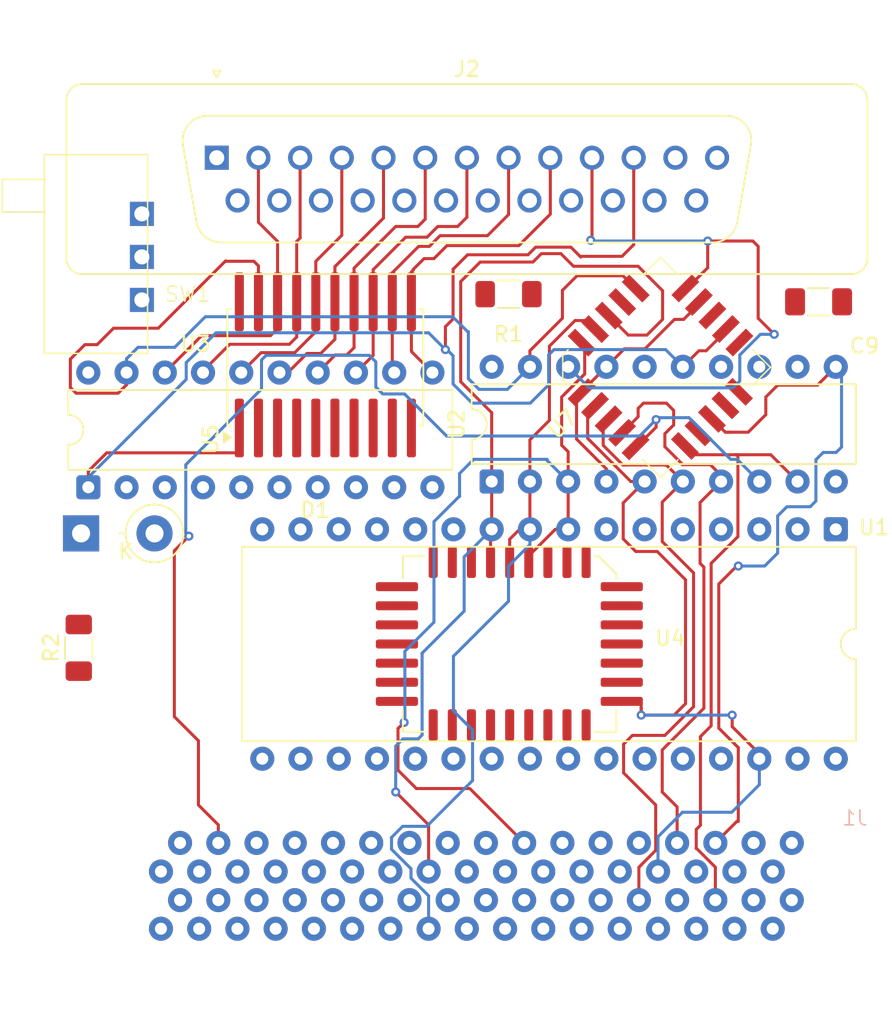
<source format=kicad_pcb>
(kicad_pcb
	(version 20241229)
	(generator "pcbnew")
	(generator_version "9.0")
	(general
		(thickness 1.6)
		(legacy_teardrops no)
	)
	(paper "A4")
	(layers
		(0 "F.Cu" signal)
		(2 "B.Cu" signal)
		(9 "F.Adhes" user "F.Adhesive")
		(11 "B.Adhes" user "B.Adhesive")
		(13 "F.Paste" user)
		(15 "B.Paste" user)
		(5 "F.SilkS" user "F.Silkscreen")
		(7 "B.SilkS" user "B.Silkscreen")
		(1 "F.Mask" user)
		(3 "B.Mask" user)
		(17 "Dwgs.User" user "User.Drawings")
		(19 "Cmts.User" user "User.Comments")
		(21 "Eco1.User" user "User.Eco1")
		(23 "Eco2.User" user "User.Eco2")
		(25 "Edge.Cuts" user)
		(27 "Margin" user)
		(31 "F.CrtYd" user "F.Courtyard")
		(29 "B.CrtYd" user "B.Courtyard")
		(35 "F.Fab" user)
		(33 "B.Fab" user)
		(39 "User.1" user)
		(41 "User.2" user)
		(43 "User.3" user)
		(45 "User.4" user)
	)
	(setup
		(pad_to_mask_clearance 0)
		(allow_soldermask_bridges_in_footprints no)
		(tenting front back)
		(pcbplotparams
			(layerselection 0x00000000_00000000_55555555_5755f5ff)
			(plot_on_all_layers_selection 0x00000000_00000000_00000000_00000000)
			(disableapertmacros no)
			(usegerberextensions no)
			(usegerberattributes yes)
			(usegerberadvancedattributes yes)
			(creategerberjobfile yes)
			(dashed_line_dash_ratio 12.000000)
			(dashed_line_gap_ratio 3.000000)
			(svgprecision 4)
			(plotframeref no)
			(mode 1)
			(useauxorigin no)
			(hpglpennumber 1)
			(hpglpenspeed 20)
			(hpglpendiameter 15.000000)
			(pdf_front_fp_property_popups yes)
			(pdf_back_fp_property_popups yes)
			(pdf_metadata yes)
			(pdf_single_document no)
			(dxfpolygonmode yes)
			(dxfimperialunits yes)
			(dxfusepcbnewfont yes)
			(psnegative no)
			(psa4output no)
			(plot_black_and_white yes)
			(sketchpadsonfab no)
			(plotpadnumbers no)
			(hidednponfab no)
			(sketchdnponfab yes)
			(crossoutdnponfab yes)
			(subtractmaskfromsilk no)
			(outputformat 1)
			(mirror no)
			(drillshape 1)
			(scaleselection 1)
			(outputdirectory "")
		)
	)
	(net 0 "")
	(net 1 "unconnected-(C9-Pad1)")
	(net 2 "unconnected-(C9-Pad2)")
	(net 3 "unconnected-(D1-K-Pad1)")
	(net 4 "unconnected-(D1-A-Pad2)")
	(net 5 "unconnected-(J1-+7.5V-Pad52)")
	(net 6 "unconnected-(J1-DREQ5-Pad3)")
	(net 7 "unconnected-(J1-A14-Pad25)")
	(net 8 "unconnected-(J1-D6-Pad9)")
	(net 9 "unconnected-(J1-D11-Pad45)")
	(net 10 "unconnected-(J1-A5-Pad54)")
	(net 11 "unconnected-(J1-D0-Pad6)")
	(net 12 "unconnected-(J1-A15-Pad59)")
	(net 13 "unconnected-(J1-A16-Pad26)")
	(net 14 "unconnected-(J1-D7-Pad43)")
	(net 15 "unconnected-(J1-BCLK-Pad33)")
	(net 16 "unconnected-(J1-LRCLK-Pad66)")
	(net 17 "unconnected-(J1-GND-Pad68)")
	(net 18 "unconnected-(J1-GND-Pad34)")
	(net 19 "unconnected-(J1-D15-Pad47)")
	(net 20 "unconnected-(J1-A9-Pad56)")
	(net 21 "unconnected-(J1-+7.5V-Pad18)")
	(net 22 "unconnected-(J1-GND-Pad1)")
	(net 23 "unconnected-(J1-D8-Pad10)")
	(net 24 "unconnected-(J1-NC-Pad31)")
	(net 25 "unconnected-(J1-NC-Pad65)")
	(net 26 "unconnected-(J1-A13-Pad58)")
	(net 27 "unconnected-(J1-~{DACK5}-Pad36)")
	(net 28 "unconnected-(J1-D4-Pad8)")
	(net 29 "unconnected-(J1-GND-Pad19)")
	(net 30 "unconnected-(J1-SYSCK-Pad32)")
	(net 31 "unconnected-(J1-GND-Pad50)")
	(net 32 "unconnected-(J1-A12-Pad24)")
	(net 33 "unconnected-(J1-D9-Pad44)")
	(net 34 "unconnected-(J1-D14-Pad13)")
	(net 35 "unconnected-(J1-~{IRQ10}-Pad37)")
	(net 36 "unconnected-(J1-+3.5V-Pad51)")
	(net 37 "unconnected-(J1-D12-Pad12)")
	(net 38 "unconnected-(J1-~{RESET}-Pad2)")
	(net 39 "unconnected-(J1-GND-Pad53)")
	(net 40 "unconnected-(J1-SDIN-Pad67)")
	(net 41 "unconnected-(J1-A21-Pad62)")
	(net 42 "unconnected-(J1-D2-Pad7)")
	(net 43 "unconnected-(J1-GND-Pad5)")
	(net 44 "unconnected-(J1-GND-Pad35)")
	(net 45 "unconnected-(J1-D5-Pad42)")
	(net 46 "unconnected-(J1-A19-Pad61)")
	(net 47 "unconnected-(J1-A22-Pad29)")
	(net 48 "unconnected-(J1-A1-Pad48)")
	(net 49 "unconnected-(J1-GND-Pad16)")
	(net 50 "unconnected-(J1-A8-Pad22)")
	(net 51 "unconnected-(J1-D3-Pad41)")
	(net 52 "unconnected-(J1-D13-Pad46)")
	(net 53 "unconnected-(J1-+3.5V-Pad17)")
	(net 54 "unconnected-(J1-A10-Pad23)")
	(net 55 "unconnected-(J1-A0-Pad14)")
	(net 56 "unconnected-(J1-D1-Pad40)")
	(net 57 "unconnected-(J1-~{SWR1}-Pad38)")
	(net 58 "unconnected-(J1-A11-Pad57)")
	(net 59 "unconnected-(J1-GND-Pad39)")
	(net 60 "unconnected-(J1-A23-Pad63)")
	(net 61 "unconnected-(J1-D10-Pad11)")
	(net 62 "unconnected-(J1-A6-Pad21)")
	(net 63 "unconnected-(R1-Pad2)")
	(net 64 "unconnected-(R1-Pad1)")
	(net 65 "unconnected-(R2-Pad1)")
	(net 66 "unconnected-(R2-Pad2)")
	(net 67 "unconnected-(U3-A6-Pad8)")
	(net 68 "unconnected-(U3-A4-Pad6)")
	(net 69 "/XCVR_B0")
	(net 70 "unconnected-(U3-A3-Pad5)")
	(net 71 "unconnected-(U3-GND-Pad10)")
	(net 72 "/XCVR_B1")
	(net 73 "unconnected-(U3-A0-Pad2)")
	(net 74 "unconnected-(U3-A2-Pad4)")
	(net 75 "unconnected-(U3-A5-Pad7)")
	(net 76 "/XCVR_B2")
	(net 77 "/XCVR_B3")
	(net 78 "/XCVR_B4")
	(net 79 "/EXT_STROBE")
	(net 80 "unconnected-(U3-A1-Pad3)")
	(net 81 "unconnected-(U3-VCC-Pad20)")
	(net 82 "/XCVR_B6")
	(net 83 "unconnected-(U3-A7-Pad9)")
	(net 84 "unconnected-(U5-A1-Pad3)")
	(net 85 "/XCVR_B5")
	(net 86 "unconnected-(U5-A6-Pad8)")
	(net 87 "unconnected-(U5-A3-Pad5)")
	(net 88 "/XCVR_B7")
	(net 89 "/EXT_ACK")
	(net 90 "/~{XCVR_EN}")
	(net 91 "unconnected-(U5-A5-Pad7)")
	(net 92 "unconnected-(U5-VCC-Pad20)")
	(net 93 "unconnected-(U5-A0-Pad2)")
	(net 94 "/A2")
	(net 95 "unconnected-(U5-A4-Pad6)")
	(net 96 "unconnected-(U5-A2-Pad4)")
	(net 97 "unconnected-(U5-A7-Pad9)")
	(net 98 "unconnected-(U5-GND-Pad10)")
	(net 99 "unconnected-(J2-P23-Pad23)")
	(net 100 "unconnected-(J2-P18-Pad18)")
	(net 101 "unconnected-(J2-Pad13)")
	(net 102 "unconnected-(J2-P16-Pad16)")
	(net 103 "unconnected-(J2-P17-Pad17)")
	(net 104 "unconnected-(J2-P25-Pad25)")
	(net 105 "unconnected-(J2-P22-Pad22)")
	(net 106 "unconnected-(J2-P24-Pad24)")
	(net 107 "unconnected-(J2-P15-Pad15)")
	(net 108 "unconnected-(J2-P20-Pad20)")
	(net 109 "unconnected-(J2-Pad12)")
	(net 110 "unconnected-(J2-P21-Pad21)")
	(net 111 "unconnected-(J2-Pad1)")
	(net 112 "unconnected-(J2-P19-Pad19)")
	(net 113 "unconnected-(J2-P14-Pad14)")
	(net 114 "unconnected-(U2-GND-Pad10)")
	(net 115 "/A3")
	(net 116 "/A4")
	(net 117 "/UNK1")
	(net 118 "unconnected-(U2-IO6-Pad14)")
	(net 119 "/A18")
	(net 120 "unconnected-(U2-IO7-Pad13)")
	(net 121 "unconnected-(U2-VCC-Pad20)")
	(net 122 "unconnected-(U2-IO4-Pad16)")
	(net 123 "/A17")
	(net 124 "unconnected-(U2-IO8-Pad12)")
	(net 125 "unconnected-(J1-A7-Pad55)")
	(net 126 "/A20")
	(net 127 "unconnected-(U7-IO4-Pad16)")
	(net 128 "/~{CS0}")
	(net 129 "unconnected-(U7-VCC-Pad20)")
	(net 130 "/~{SWR0}")
	(net 131 "/~{SRD}")
	(net 132 "unconnected-(U7-IO8-Pad12)")
	(net 133 "unconnected-(U7-IO7-Pad13)")
	(net 134 "unconnected-(U7-IO6-Pad14)")
	(net 135 "unconnected-(U7-GND-Pad10)")
	(net 136 "unconnected-(SW1-B-Pad2)")
	(net 137 "unconnected-(SW1-C-Pad3)")
	(net 138 "unconnected-(SW1-A-Pad1)")
	(net 139 "unconnected-(U1-VCC-Pad32)")
	(net 140 "unconnected-(U1-A1-Pad11)")
	(net 141 "unconnected-(U1-~{CE}-Pad22)")
	(net 142 "unconnected-(U1-NC-Pad1)")
	(net 143 "unconnected-(U1-D1-Pad14)")
	(net 144 "unconnected-(U1-D0-Pad13)")
	(net 145 "unconnected-(U1-D6-Pad20)")
	(net 146 "unconnected-(U1-A12-Pad4)")
	(net 147 "unconnected-(U1-~{W}-Pad31)")
	(net 148 "unconnected-(U1-A5-Pad7)")
	(net 149 "unconnected-(U1-A15-Pad3)")
	(net 150 "unconnected-(U1-D7-Pad21)")
	(net 151 "unconnected-(U1-A14-Pad29)")
	(net 152 "unconnected-(U1-A9-Pad26)")
	(net 153 "unconnected-(U1-D4-Pad18)")
	(net 154 "unconnected-(U1-D2-Pad15)")
	(net 155 "unconnected-(U1-A16-Pad2)")
	(net 156 "unconnected-(U1-A6-Pad6)")
	(net 157 "unconnected-(U1-A13-Pad28)")
	(net 158 "unconnected-(U1-GND-Pad16)")
	(net 159 "unconnected-(U1-A10-Pad23)")
	(net 160 "unconnected-(U1-A8-Pad27)")
	(net 161 "unconnected-(U1-A11-Pad25)")
	(net 162 "unconnected-(U1-A0-Pad12)")
	(net 163 "unconnected-(U1-~{OE}-Pad24)")
	(net 164 "unconnected-(U1-D3-Pad17)")
	(net 165 "unconnected-(U1-D5-Pad19)")
	(net 166 "unconnected-(U1-A7-Pad5)")
	(net 167 "unconnected-(U4-A0-Pad12)")
	(net 168 "unconnected-(U4-A9-Pad26)")
	(net 169 "unconnected-(U4-NC-Pad1)")
	(net 170 "unconnected-(U4-A14-Pad29)")
	(net 171 "unconnected-(U4-A8-Pad27)")
	(net 172 "unconnected-(U4-A5-Pad7)")
	(net 173 "unconnected-(U4-GND-Pad16)")
	(net 174 "unconnected-(U4-A7-Pad5)")
	(net 175 "unconnected-(U4-VCC-Pad32)")
	(net 176 "unconnected-(U4-A16-Pad2)")
	(net 177 "unconnected-(U4-A12-Pad4)")
	(net 178 "unconnected-(U4-A1-Pad11)")
	(net 179 "unconnected-(U4-A15-Pad3)")
	(net 180 "unconnected-(U4-D3-Pad17)")
	(net 181 "unconnected-(U4-D7-Pad21)")
	(net 182 "unconnected-(U4-~{CE}-Pad22)")
	(net 183 "unconnected-(U4-D0-Pad13)")
	(net 184 "unconnected-(U4-D1-Pad14)")
	(net 185 "unconnected-(U4-A13-Pad28)")
	(net 186 "unconnected-(U4-~{OE}-Pad24)")
	(net 187 "unconnected-(U4-D6-Pad20)")
	(net 188 "unconnected-(U4-A11-Pad25)")
	(net 189 "unconnected-(U4-D4-Pad18)")
	(net 190 "unconnected-(U4-D2-Pad15)")
	(net 191 "unconnected-(U4-~{W}-Pad31)")
	(net 192 "unconnected-(U4-A10-Pad23)")
	(net 193 "unconnected-(U4-A6-Pad6)")
	(net 194 "unconnected-(U4-D5-Pad19)")
	(footprint "PR_Footprints:PLCC-32" (layer "F.Cu") (at 121.035093 99.1616 -90))
	(footprint "PR_Footprints:PLCC-20" (layer "F.Cu") (at 130.556 81.026 45))
	(footprint "Connector_Dsub:DSUB-25_Pins_Vertical_P2.77x2.84mm" (layer "F.Cu") (at 100.987 67.01))
	(footprint "Package_DIP:DIP-20_W7.62mm" (layer "F.Cu") (at 92.456 88.9 90))
	(footprint "PR_Footprints:SOP-20" (layer "F.Cu") (at 108.204 80.941 90))
	(footprint "Resistor_SMD:R_1206_3216Metric_Pad1.30x1.75mm_HandSolder" (layer "F.Cu") (at 91.821 99.568 90))
	(footprint "Capacitor_SMD:C_1206_3216Metric_Pad1.33x1.80mm_HandSolder" (layer "F.Cu") (at 140.97 76.581))
	(footprint "Resistor_SMD:R_1206_3216Metric_Pad1.30x1.75mm_HandSolder" (layer "F.Cu") (at 120.37 76.073))
	(footprint "Package_DIP:DIP-20_W7.62mm" (layer "F.Cu") (at 119.253 88.519 90))
	(footprint "PR_Footprints:SPDT_Switch" (layer "F.Cu") (at 93.1418 73.9648))
	(footprint "PR_Footprints:D_Vertical_KathodeUp" (layer "F.Cu") (at 94.488 91.948))
	(footprint "Package_DIP:DIP-32_W15.24mm" (layer "F.Cu") (at 142.113 91.694 -90))
	(footprint "PR_Footprints:PIO_Connector" (layer "B.Cu") (at 118.872 114.803 180))
	(image
		(at 117.729 90.551)
		(layer "F.Cu")
		(data "iVBORw0KGgoAAAANSUhEUgAABjkAAAeGCAYAAABKltboAAAAAXNSR0IB2cksfwAAAARnQU1BAACx"
			"jwv8YQUAAAAgY0hSTQAAeiYAAICEAAD6AAAAgOgAAHUwAADqYAAAOpgAABdwnLpRPAAAAAlwSFlz"
			"AABuugAAbroB1t6xFwAAAAd0SU1FB+kGAg0kDsZegjMAACAASURBVHjaZL3bjixJjiQoJFXNPeJk"
			"ZqF6//939mWA+YXFYoDFvmxXVV5OuJsqyX0gqaqRU43TeYvwi5kaLyJCIf2P//l/+tCJ/+9f/8L/"
			"9b/+F/7v//f/we+vF9AbTBi3G95mGO5Qd0x3qAOG+DMIeJPjJmDAMQAYHAbAAbjHX7/9gwHsACP+"
			"CjOoGswMbvGbAkAcEHOQGlgVMAPUwGYQAEwEmMPdYO4AAU6AEaCmIBiE4ucIgLtDzYD83S4NvTcw"
			"M9QMY0zMOTA9PouZAU5gIjAxmBoIDHICDCCP12EmgAHP/zMY1AzTFLcrJhxgAgtBmOOzw8HugDnM"
			"DOQAEYGI4jXM4e4gIjAzmOMz5NUEIa4fGUDm+bvxGdQcSgCYoAQMVUw3OIBGhM6MBoaA8h4QGAx3"
			"wnBgqEOd1udhIpDH6xMBBIKbw9xgbnEQCAAAd4v7QR43kB0EB6GuI8Dm8X0BgAjujmlxzYwcSo7h"
			"jtsNwwxkQDdGJ4YQIy6bw4lATDACpiumxQdpzOjMYGfADa4KN8ejNfx4fuLz8UTjBjXF+77xNQZe"
			"c+ClE8MNCoeB4ET59573Oq+5x1ka7pgGkAs6M4QZ9T/O6waPC8OMuPcU/6zumDM+syHuDQNoefYp"
			"/xiAMSd+zomXTgiAH9Lw2S9cTQAAUxWqBnYHE8Ed0Olwjc8tILAISBgsAmYGOJ7TaY6hFueDaJ0j"
			"c8cNh8LBcHQATJ6fkdCJ8/kz+DTAHQ5ACZjwOPNCYGGAGRMRNwSEiwjNKY9MnHN1wzDHMMtzBSji"
			"8jEzhAkOYJphmALuuMB4Uj1Pcd6NCTccbzfM/H2KYwZhwYcInhRnKf5QninHMMedzwrcIcRoRBCP"
			"M+pm8LzORASnDGt5zw3ABHCr4VaHOYFJwMQgZogwmjBIGAbgtohb7IRGAOV71AvG53Y4GYiPWLae"
			"9bhP0xRqcf2d4mxa/iEAjTn+EIOIYM5wEEAMNceXGV424UzoIugc55kR8do9PhvM4jocX5rybMMd"
			"pnHvxB2dCBdHvKv45UTxuRAPv8ExEfnlZYa3G9TjzF7E+CBGB8U9yvjt7nmtIz7c7jAigAkDwNC4"
			"pgLgCcaTJc4pjvhKwDTPeOFgZpDI9xjq8Vf2iLFTHWZxLeP14vxyxmt1h5uv+2Nu+JpxlurnJP/b"
			"sPgOwowmAuI8R0RQALcqbE4IES5miCNe2zzOY551agzqAmVguOF2jc8BgOC4iHE1QWMC3DFM8aWK"
			"aRMAIg8IQ4wABXw4mgsaS8RXR8QrIphZ5JE8640ID4l4DCJonrehirfF9xZiPJrgYsnXiOukiBws"
			"GUPqurjH8/fWGXGRAAhDWrxXkzhHgsiJAoK6Ymb8mpUXMt8IZ6w1g6oCDjyZcTGDLM42MyAk6NIg"
			"zHEfzEAkuFqDkOz8pAbPPOyo+xx5cKpGzUEO4chz4Lgm9aREDmSQM8wAyzxiUKgbFJq1Q/zOswk+"
			"e0djWaWTMKP3uEeesf+eE+85cc+JqQomoFE8811kfS8zg1Nc97o25oC5RT63yLe3WcRLIjTieO7N"
			"IeaQjP2NGMICZ8Zk4IbjzvhvoKjvrHJ91idCcCZMMrxNMUwj7+UZqNy4rmnWm40YT2mRAzIGxOV1"
			"0KrP4tlFnkMHZeqNAFb1BxFnXCU0EUjGRDeDV23FkUOnGd46IyfAAaK8txG/R541kczrDrAZOhwd"
			"cVYpc4fqhOZ1ZGJcEs9FYwZlbaxqUNOoPT1quKhno8bxqm2aRG3gjsaMH48nntcFAFHPvN+Yc+ZX"
			"z7odDhMChGGZ3xkUsQERX9wM7HE+ql6mdXLjTFd9OjN2Vyxn5qi/HXj0C//85Vf89vkLCIQ/f/7E"
			"v//4A1/3DfWofdQiXgKZ+z2u/8Wc592hpnHNsuZiB7oIHtLQmHdO9mgmlAhvcvwFx7sKMVNADQ8H"
			"fpDgonr28wzlh7a8TtW3GAPOADHwuDp++3jix+cP9N4xxsQfP7/w8/2OGMkCImBqxMh45imfLYep"
			"goDoafI9nfb9BREMwNsUbzMwCM+sYYUIDYBksWGI+ngyYRAwQSveI3OQu+czSvFeHr1Gw461cETM"
			"8eg9JPsYqs9c18Kr3+C8/75qdvO8jhz1DYhgxLDMCZ73rGUcgBlMo7ZiRG1AHOdLRMDCUFO85sCX"
			"zqj/OHsEirqhsaAJR+2QMWLl13xNEEEtagPA8QChgUCWNQSyjlkVTD7rc2ZNEHn+YsEllHkq6nth"
			"jjOT8XRmnzfdMM1BTHHdhUGU+SQz0nTH8MhVyPzkiNytFrXGxYQnMR7Ecb+yzkDeD0XGZxH03iDC"
			"0HwmAYZa1EDkwCWR1yify1snXlPj2ppFDGSOfi57MaY4o5Q571bN+CtoQjA4GAZhQSNa/Z16nX3N"
			"HjHPDhEYAjOKZ14VAqBR1ZiAmWPOGXmPgCYCEPI6AdwaukSfbnUaKeo6c4/c6xY9c3Ruca6ytgeA"
			"YROj3rvFe8cFJbDHg1j3SRrDmaEwaPU0FPF+UvTUIoyHCEQ46skZr6+u0b9oJfj8a15reNYX7niy"
			"4Jn1ZNXVljX8zPsMZvzSGz57BxFjaOSkoQogzmWd1WfvuOQCMWHMiTEVNBWiDtHATrzyGxGUKa4b"
			"HJr3wd0hlDke0a+1zJ2w6usJ1KIGc9CKcVo9fHQX8IwzkZfr2cuTmr18YBoE1Thr6kDLvgEAxlS8"
			"VQEgaslWdcBqtRfqEr2kLSwh7n/2SPXdMy45fPXY9U9E8ey2rJmqZ3Hf/YDCd59ctYXn7xFFbslc"
			"6nnfSSI+en4Ws7Mu3L0aI/Lo7vEyPsyIibcZLmE8H1c8I/lZqq7B0U9XfPasLVYUzxxu2cs+ueHX"
			"5weuq2PMiT9+/sQfP79wu8Z3R+WJ6JN69ZIi6CKr/xHK3jGbGcv8PaZizAl3W9+N8/4KS2JGvmue"
			"vJPRL0fvjKwLGYXl0c51wDc8rGL06kXmwPT9c8j3X5hgnYOjB1ELnLD654WBZT6NK08r/1WPW6+B"
			"6pvz9evsW35P9cQH87q6A00Yj97QpO3PlfGL8rPScS4qh8dh1gVEUL7PrPxduTixnoVNZc0HAy5u"
			"uFpDbxHPiAPDDCQsz2viMoVHStZoUwfGmNC8FnycWwOy3ouaD3lPWxdIa+DWVm95j4GvEa91Afhg"
			"waM1dIo8Q6BoxNng5AB51PIHVmt57tn3M1F9wa5jEL9HUdxRxh8zWr9PGZ+YAytzj884Z+REs3gW"
			"OJ9rE4eKYVbs98As+axLiECJP7/GxDQFZYwxD7xaAPxoD/zj+YHP6wHyXc8P01WbggP3JGYo7Xqa"
			"AEhr8dyAAFWYKlw1cIzshQFDa4KPjw88HheYGWMO/Hy9cM+Z2HnGIhGwCMAMS5xEQJHfpgKa97zi"
			"pTA0Lilaa+i9o0mDOABVuJ5YYTwLXrGldzweF67rQpMWz+KcEc/UgNWfEBrH5xCPeuXBjEfruFrg"
			"VmTBFzAcjehs1o8mbz1DvoC8dUyqeVz/SAtI5CPoIJN2AYAZ0c7sBBTA7xs83u8U70ULEc94V0Be"
			"ERxWJEcg0WoOc0XWxyuoaxEXIPTWQBINB2XhoZmod/NDKwg5OYw0Ciin7yA9sgHJz6KuUfjCYZTg"
			"8beUSvuaZnAoEIPO65fB3d3gxgF20v73WOEQ6zUCPMQRUAPcGmYB0lOLa8W+gDVPYG9fes/GL4B9"
			"T5CEnBZRVUHDEQ0mLQ7LVtHh1UwyVuFrCS7V9aMCLhNwXNnIHWSOngWWMEOc8uf3z5hFYtQkuvKT"
			"wjIkrNfPhth0wqbCexRYj+uKB3kQxkvx8z1xu8VDK7wSHNZntVWkmEUiYTjcJZJsJiUQYKaw+p7g"
			"BTZTglNGDvMIePngrQJKMpkE2EGb4OMA5h8ieLQOEDBAuG1E4bIeMU/CCRnMoxBh2ok3gMZoJM0Q"
			"oBMVcPu9fNRCuxHkA5FvAKyaxji0q5G2BcTbcawsGvM8A1Xk6Yo/vgABSjDb3aBGGcyT7Mw4xeTr"
			"mVnxxbFep54joizQ8n56FhoAQfMn9SiZPMmDeLQ3EFXtpPkmIoMvoEjiABoBSv491i3wPJv9fI2K"
			"r5b/zyzu2SIxySP+wWGMTX/lmZ4FBjn+FqexriMfZxdZGIAS/M3ngmFRFCBIFstER0Vw+I4pfjQM"
			"vBB6JOS1T47WFyPfBRnhG7ll6ztHc1qFQfvbz+kq1n2RnPG9HSQMqeKQCVOj0BHez9GOcZ6A7nne"
			"PIqlvwM82eSxV59KcT8y7hZZWYGT8tkRBtwJaIzhAW7QuqeOxlH4uVsQfx4EGIMCLEEQN+aOW2ck"
			"cq+chGxsAthy03XFxf0bCBwf3HZTZ4buFs9nntNA2+Mv7vFcwJLI9iC7dyTA+q44ABxKkM2L9HYL"
			"MJzjPnKR48E5wzXPPOlKDAt8hkdMOsqMlmAZmy9xg1hcb/EoEiUL6QIw48xlHDMPMUDmgyAp68eO"
			"a1nPqwPC+T7C2aAkoBsvGMWxB4hB5hDs53SBAYbv/8tG1AtUrpxPQMtnrb4LE+HyEDCsXJqxi+2I"
			"b2rf/ggK+M9c6BbXPKsw8oiqZBwxi7DAU+RzIHHIFvFKB3EvFQ8qvrnl/fR1L3dM+J7PYVUzGsji"
			"uq3vwZU3CZIgKOXvOIJcY5c8u5kPHTtmZI4lEIR8EUgnwZRJOWN2nl/2BfIvIrSaUp1wVZB7PCuI"
			"c+SUQM5xbXYNVmcbIOcVv6oBjc9kcCM4cQpcKg7qati8alAKoFuLUAHWdUP+7OQBLXAkwZIFtOQz"
			"GucXILQQ5eTrmeX59/19vOoRfK/tK38j8xKfYHHWnm6OYQPv9saLG5gY9/sOEDMJgBWD8++r2a/6"
			"hDMnzSIi89mQFFhIElx21nYa8Y4J6KsGtvz9IAqQ+SsPR5DFGedO5n4d3dJk6YzPPwcaM4SCgGTv"
			"WYoQpmkKFg6BEiIekddZXxqvIFAO0p3gEAN6XUwrsp5W07PqohTPVG1kR56uHk7c0FiyNvV1Lk6R"
			"DnuJyjKXZ/fGdRYyDwbAZOdTtF7TMuZyAsucHYDlReSVu3bnYxU33OBKAEUeY4161y0ac0uRQeVv"
			"qjzqmSMKzKvDF2qLuFwpmHMPADeIu4xf2X/pEmptIY8kIMTuEDcg+y6n7F1IVz9X14DMv+VnQgjz"
			"gvDmBRSyO7ob+uq5N4DoeR67R/wjsk3gHoS6O+K/W4j9iON5qHhH7uhJ6pIZzMfOP2ZgUzTbdUKR"
			"iKjnr0QhHuf2AtABNHeQ5lkmgBG5m/O8MQwtewU5yj3N2s6d0Ty+S5xBg82dIGWliSBCkD+HyvXI"
			"uj9BqQIDCADrzl0lwoOFKAsU4BCpoVkIELp5XkOsHmARV9ixsAj3algJFaMyv5JnRRcADpmGIDNF"
			"UgvodkdjQrfdswKIz4OIWcjziDzPTI6GfI2psCQCxYFuUd8S7fpe3LNOjNhK5pCMdWT+jdh1Q+AS"
			"joXzJHaWcWALrsyDPEbWO0a+s4Lk7x81fOE3RUwTRY21ascEQjm/o5ttUFkT3zDegDRFnbqIFDic"
			"o3cnqvht30iOqGlt1RMV98xsnRlaYC8lhrOFhb4A003cL3D5yPW0wFckaGwpFvAqqIG8TzjwHqte"
			"7OhZaeXPjOfZs3qKDJ8cBL1ICFT5gGoYG7B393Uf6i3oBNwqh2fcchimTtBACIEszqr7gTGx7H6I"
			"g5yqHqLOFLKuMdr4kJsCptFvHs+Uq2dswAKg/ai/qfA0cxDbJgmC1ts14ErSB5ZV+bUwJds9Up0H"
			"eJBX1ddYvmcB4rwwpiRXDqxqXZISVh7ngizIAT/7/rP8zz7GV+wKItEpBJVcQHDllqWqpSUa2Kzh"
			"jperhq7rnsSqV52R+Y4PTABHa16EUQjBDCRV49pRF1WMxXG/87oxgyqPHGeCEYytH30p3KAz+g3J"
			"WGCJLbXEdJojxESrr6zawfaHTvHnvuE4MFnf2Kjj2/uXkLF6NUqyxE9sM9CWhCSjw412I2I1Jd4Z"
			"vUCRbbZ6onVN88ySb7G4m6dwMJ5aBsMoSZOsHeaceOd3GXNiWtTOXiKt/M6GqEvq2WLiBfpXr0FH"
			"IRt525c4aI47fo8Z6priE9+4dNZrvOK5gSzuLGeNsVJx5gp3gwmBm6x6cT8rHPct66G6Z6uvPQm8"
			"RUhFT2P0HeMrHL+w+iLvWULUySZA1lyNmDFvwz0HxhwBcooky5/MVRXn38DP/ff1RdkpmuyjmOd8"
			"mNgLOI+DyjnNUQeCsyglrwNTPXR+oQLB8iRvhUwom2z9e4e6QlUhZ3JJEsMdEGnJ+sZFMjXomBjj"
			"htlmnItMQSWOJD6oCjUmeKmiM8BNU0ydGKaYWRzXk+HOMI8yz1dhat87Kl+0xWocSxVh9F2NuEgR"
			"QzYNe9pmuoXiy0MdP91CedMARguQjVBSslRdUJUKoSk121Mce1QD3zVQGeqquEwQY92dlKc0Psgg"
			"281KKW2r2fAMeo5dlAkogZcNTmoB4wkozwRsmTglpJxFeDb8arjnBNRAGt/j6n0pqacJyBz3/cbX"
			"HEATtOtKVhQL0NSZ58j0IAUZJg1ELZuEAC9uVQy1LIz7AsjMgKkT7/uNn/MOYo1jwgYkySBHBRlF"
			"YJBmrhPqocBxUxD6IujGGHjPmQVZFLIxHRWN1gddCE6CsznOAMKBPKpOvOaIhjAV2gpPFUROZhyA"
			"3pVqXjrUg5QKNpGIAqqOMW1NhAQ2ZrtZLUXGAQ450TEVtOOLowBYXe81peHNjF73B9hnP1XLFCMc"
			"oNbyXAmULJQ9UxP8LCUqx2sg1GE1tdEQiuYiScijIRk5VeLYzH4AHqEKHBpNGYsE4HWAGnYUvWfh"
			"UJMcFfRbJVU76Yv6vqEu14pNWfhXQuWaBNKtyq2GOUidVBG6g4RA1GBgTHdANSaDCnM5FN9Y4CMd"
			"UxA5Gealzo2pvkYE0R1Pq6GI2BTK1beGgt3Wf2e8KcinZkjQ81ApAZimeM8ZqonWIHgAzHHmVQFi"
			"TAgGAMlC1opQs1C1qCcRapuF9VQ+JPK6EqlbEK2e6o6lVvI9SUg5JXcdCiddSpMEvYpUXmlTsgnI"
			"+5FkPJJMCmW3Q0GYzGgkEEJOXxBcsKb2ivAq5bAJAxwKzCjqYlJsxW21dS3mNNgEpgtGKqwKrOOs"
			"6kaCQgBC1eEtG86YjHlrTBNEARJTJj3gxYjrNS2gc00rxJRbKuTz2ZlJXgXgHSWSm8FSwcLEcD7U"
			"TKownVCN361Zlkl54rNXEBSxZCtXRYzhb00rVQOSamjLKVVzg6ofSirfkyOU58xiUmadrVWwEYQF"
			"wgImyTxoR8/iaPV8YRek5jNVY1nUiYDVQniQKtY5J2zOrJEOEPQgVP1QghkRlCwmHY/aaOYEjaZa"
			"xm0DAAWWmEejCYsGylMBO90wcuoAHHk38AZfqiZKdbzRntqNWoPWFFOBD1XcUk6XGM2lUopJ0npO"
			"AvCk1nC1yOd1XW4NZRWnOjNINl9qJhhHTZtFc5bvIZTxaP6nanwuLuV1kOHznBZSS5LesO52ndFF"
			"flTsrNo41XaUv7/IjaMhEUnSKs9uNhOrPU/SYJiD1dZ3Z1VAFUNngrxxf4wIIgaWFE+YrekQOaad"
			"ixygpeGnbMppIUG7YbIlmonBCYX6wF/uoKlgIny9b7xeL4wE1Et5VnXeSKALNamTk9Wa6m5O8BnM"
			"S2Dkh5L+BARKSV9K8FJUu5UgAHCNOqYzw7OW1kNlXBPhzjnF54qbAJVQH/bW8Xh+YLaOMRX3mPjK"
			"SSodIz/TVp3SElD5JikIMVnLDOYUPGj2OSmcilMazysVhccEbozOlATKJnuWYACOzpJTarTq6AUy"
			"HWDICdw4b9KnaroTyKgpCRyNMllOa3NMdCCJjjqjMb3Ca2odKVKhxcHXdN9+Lm4zDNcAfyRVoytX"
			"KDgnZ0r9vkhYtlAdFnmvcwsWOIIPJeFRjfnQbO4J6IcCFwgSCPmMaE4WL8Vwvoadz+sRu2qKjHgx"
			"ZYv4kiR0i9yL6+Gp+KxJkRLC0VKeRn6JXmmRs5oETPZxUhB0Tf2siV5awJ/Ua3iJiCrPEyAtSZwA"
			"oUL9basuL1GRazwjSn7QvEl2Va9Wcc2Bhsh7beXdkPh69o68meLM3jHl40TAcDgF+BdEFsFWINri"
			"I16q7C2QKaGbJBHHBjDZUvRv8nH3sJ4gaNTnuvrMmHzJmtcJZEVgHUSipjI166eKXw83XBTndWhN"
			"98aY8KoRzA7Vva/eZ7JiTgX3HrlMbTthcBIZBfi1AO1ENciROWHDtqgwOtBQzNMGUGlBpSk8s4jl"
			"ZA6jEERE7RAEPYxAWuBr5r+/KetP9TxSqLdlnpz1bSjua9KC8z3gSWJYqHLdLFxClDK2Rew83SPy"
			"ky+ywQigJO04a/BvPVSJaw7AG0v4SUtMhxRKUU4rmhWxWreIvgkp/SCVosyOc7vEp8c1og36rOfx"
			"nDov5KWlCp6EF6Be4lsmBeVkgR6q9l1rfL8n9Vk5sZe3GyZLnFed8bwccZBSuOgU/aNkD0yZa2i1"
			"E7owngW2uy2SA+qrnpyq67qvaY56tawhwVGf0SFYYUQ/L6eQ5hRSqy6cUi1cPEpA6ys27ynmmuyj"
			"KLh2vvRNBpz3g5e4mzbZkGzNKSz+/mOZ7/3MiRlj+HiPPJ+LvCcGsWXvfOSVYxqppiJxiFCKnMzi"
			"ftduvoke9xJgEMgI7gNm+XlSNVEn1cn3RApRiKbWvwu1fOQgLGHtFmxTTHOXuDZFsTZTIFvfzQzN"
			"w6FH0q2A1tTlikoHwbHz/hLGfyOXLKl3+yaoiftoiaFGlVV4yO4HCUoUUmnKfLD5NBSD63CY0urx"
			"65pQfc+c6rLjunNN5h7vuXGZqBPGeMPHyMmL6OdLwe5s6zfMkLhakGQiHFhJuYGYgRLPWBNJFSvN"
			"MO/oIXY/m+RwCc716NET51y1m50Eii+i0jhFwSlAblTiQnwTDlCJQQqvYt4Y8ood3wciaiotPpau"
			"yEOIOFHiARFBv65wPnFHm6r4+fWFP/78C1/3Ow5Pj6KyCvaJYPN9AXS0WCoH/sZc+qHIP+XF+8In"
			"YrZ/NJlvsjx02Oq2ONdZoHAWzLIvHBAM4BbqJYiiccNbBiFzR2sNrTVcvePqfSXJYXMVJpxjeKHA"
			"CQuBKvitRmtoj3dzFrOmCneDSFhWkAfAlx4zob7Nnw8BJQOp5vN1Pb5PCmyig75NeTBtC4EQrKYK"
			"eTWQBkU1sDFudKVS52oNl7RQiJWUo8Y4U9lPCHWxYzPmBt8A5xH0T7Jjj/W1ZUdj538rUkdtnQMz"
			"SwCTvim2YLoAxpYjX1QTxqVEIt9qFgKmR/nbiMMqp9hxytH2MXG/FRcRHk2ALmk9EuepMfCQJGK4"
			"1EnR3NUUyoCBXFPtmA8pqklxCAPCGSx8AK4QkqUAQqqHxrwx9A22uaw/lp0BcdbylgnY8WyMi1qe"
			"E4XagGmOc7rCTKE6l9qCCriwGh3OSQuyRQgViMdEuDjHst1CLcnxnOthW+Cp1oE7lBLAx2FjRsnA"
			"L4WwYVoARcvaIJ9JOUbJS1FmqRAn3sCTw3MULoKgM+1/77otYFLVTqpg0wzUASQINbBz2ogEaG4n"
			"GYLyteIk2aK5cQ8SAalwIxB6EzQKOx8eAzonvnIsUJxXDDIdILUs1iSUu8VHrrGmRAKB9fpV5pJT"
			"nJssrMMOQdNK51DuaCnMYsyUqcCNfKYtJlIs7XSQhI5IEA8dhpZWXq0JHDFePPUOG0Hf934BwV4A"
			"OMFY0PzCI+3ThBiegOmtipGWKlJNUtqczIynNd6Pav5ZApC3APyHFhG1x4zhoXDQ8c44ccEaA9QA"
			"D0UdnHCzQcVDfUBYSsiK47t6sp275kzFIAEix5g9wV1gsFRoH9fFdkFoLJge900TbF2WKu6roIqX"
			"b+gU5/xrDGCGkttzgqzioM8gOpwYJgljVJFJCGKxtVC3qgJJ/igDrwVOxGRFZwnbIIpzMaZi9QEK"
			"3EYYNfqeogBqMa7qS8lNYVNkM5VdEXunKXyG+h0ODGPAL7gHDVmkr1nGTwuvMxLGCBkbfEz4HAFK"
			"SQOawCUAcE6QQSksbTjjxEhboZHv7QmYRtwIG5SaDFJ1jKWepGVF2Igg1NAkxqSDRIjvX7H1fd9h"
			"n3gIJKoylkRp1BTDwvqwppNiYk7wbB29PUGSBXwC8aUq58PWsSKBHmPu7o7WBLN1XC3Io3tOvAtY"
			"zVhJy6qSvtVnYc9EiwDi/A7qjnuMIKkybnaWnF7AAkMpLasuMC7u6K2H/VEKS6JZDkCOS9gyQ7FL"
			"bsvW0yhATT0EE2Z7QjNstnLiMa3AAIClARIWTzHiPjFn2Kn89vGBR7twscSE15yY7xfUHZc0UHcw"
			"b8sUPyZlg+DRZeFUsWJY2ChZnjtjgSHOj+Xn5Bzbf6ti2IzpOo7nlI9JXHyzVaBojtIm0VRTtUjL"
			"HoprokW2XUGU02kfhz15PPHGzS80qfH6ACtC+JA1fE6nNmlhC5T2OgIKW5tV49hSX1MJlyhsz5Y9"
			"BVGKsnypXquRVw0bMh0D99cLBOA9R0wScxBIQxUv3TLTqUFGGBFYGpQ5rCbGSMI2Jqqe0sCtx7Np"
			"lnlKd5PUBN4YLhv8mlNDwKS2bFI9iY+r4mGS1WUhGGNc0dkZO+Zw0LzxJMYv14WrPyCXYBCBZlgt"
			"zNcX3q83fs7IewDhmbZaOhWv+w0dM4BsySaQGa1JXBNTvGdOL1BYEHEKEXrajHD+rvSewoKY2ODs"
			"ozQFVlMNd15Lz9poCRMO6w5axE6Ix6Q441JWh6QYjRguYU13TpLOrNsIBE8AzhOxXr1A1Xfq0BnP"
			"JVKpGVarIT4atuvSCU1CLvPOYYvDUWAvkmAuZSyA+oycUxpJco6sqS2FBFV71vSUuv1vqtsFDh7C"
			"KsvJlLa+G+33XiB4WLl4Cm6KBC8bQKGwXCMOMclb51LQjmDpYDm13pKciXuYcbasMRmY9yZdS+Xc"
			"WJadT9kH1YNW1qZhq1RwzK7tJgHOEnGEqOSk6gAAIABJREFUNnBW5I6kyKBAkprQ9+VpepLzKZzM"
			"2q1TQ4fEdynBg9omhnizp2XdXGIgy9craxFiOaY5Dkk7Nj56zNetGrMA2XHEYTffeCUd0xwU13t4"
			"gMBlodObhNCAQ4EbQiffcIb56s1hAQRz1iIoW0QNLGRmDaIo8MYznm9rMiPHFAlrlxGWVWsyM4lf"
			"Txs2EwFax9V62DSNifv1xhwzrP6yl1DTsHnNz0WcnwHb8sazbmUDLg6xTFhDO2aBjFWnrFr+u/UP"
			"pcUDH/ZORZvqigshYjjFI3yKSDIulI2xECeGIat+qfevPsIOpe+2L0rgd4m8wy5Qj2cZp6XR3yyC"
			"Qpksa7JvmMLtEGX4MQ25HCcydlDgCYrdg+CwUd7g3p6Y3hOU+VlYoi9wWgLORVoDi+CYK3/jm20V"
			"1v2ib+p/dmDUtFhZDKWlkq3Yth0tSBhwCVHKwsRsWc/zwuXwzXp0iezK1vKbZVfZzCYYnDHP/uZK"
			"UASLC0NTYLnFGDtOn1bfC4Cua0q0xQyHkFKYwRLPxPpsOfGNmhj6NkVW4O8mAMvWdteSWDZWa/oH"
			"BObDzpx8kfV1H4voZCA+TwmvTkss39Oii7zx77ZNQewfowdZP0b5kwSJEyinE2tKwdnjDx2C5nV+"
			"QrzjRbQc7go4CDba9hXRB5SVO4c1lGrYY9s5CfNtmjhccL5N2nrZVKWN91FV+zmBQEXN+RJO7Inj"
			"ilE1mcrrXACbzFgYJ74THH7ON5cFtwGWNlqcZJan80qQPrSIUzosRIP0oW/TE9GZzLTt9kVWWRlh"
			"RCIKoVpa8xExWm/oIjH9pzkRPid8zsBIKM9vvkgQW4HPceaAEsVhTWmUVX9MJ5JIYn4hCCfVbctY"
			"5JvldCMToFmPVcyzFDZkr+o1FUjbrnfOGU42a8I+cWIt4eceoqB1P3RNcUojXFdDu1L0RkD7er/x"
			"799/x3//+1/4+XrBExy9LRRsmn6NWkEDtJrU7f3mm4WusbWlCsN3iyPzbyRH/TtP9SqXNcuacNh7"
			"JC7hVJ2lP2wlAaGlIrJSTekEZ2PjGoWFMOPxuPB8PCHCywuO+QYz4fno4XHZohE8VebR/KVyOEHF"
			"Gvs3M0wFLKQDkXxlIY37QdupBeSS+z327Fgx6fH5damUYrqJlxcZHyw/ljprM+EBaMc1kdaW/RAl"
			"0FFjU6oTrr5GjmOeDkuNL7Ib35HX1Je6Z4/Qb0UuL78+EsG+3YcyTINdN1XYjD+bNImfn+nXXdZh"
			"kn64rdRTmcwtd51QevDOJEZ6k2jm1whaqLvHPeDmePYHno+Ox9Uj+Ho8GL/4B/olmK7rXnH6QpZv"
			"quqMRq3GnGll9wSPw9tfVfE5QoHbJB44kQDHVSe6CD76BeARfvDSNtvOLdS+q0h4Li9XS0SyMeNq"
			"QdT1S3BdLQIEKADPVL9pqcjXzpDwJzV3iAiuJPTMHSNV2JT+Mpv9TiGOl7f94alcU03YxZBTxI3b"
			"FQ8deCcYAw/w7GP5apdXfwLrBS5nECsLCBGJZ5K3jZRmg/Tg+A7kB2ibo3elwGm9Q3pc//JJR4FL"
			"CXDFDgDaPoQ5neWpxGrMeLSGR7uWYvZ93/j5euGv+43hGgoqKcKlRwxjpB9rKO3vtLEDamRbMrb1"
			"uD/HNIdwnGMAC/SZORnU8pzVgy1M6Q1+KAQ4yBI7lNoOQ2uM3hpEtm0eC4Mkpl3mnJijwwtEM82G"
			"NN8XsaNiGoG543k98fl44tE7GIQxJl7vF173O4BZ3u8XOUMzb9jyBI7aViB57tV07UiqXReNBZeE"
			"j+ecA/eQiMXXhXY9YEQYOjHGXAp9yiK05USWpf92efZWgVqlBOmVeIksu7h7jATyMrbjO4Czm5N9"
			"5jhBhcGpWtbTIi5I1o8e3pPvOaDzhTG+QkEkF3p/xGc2g40BnXEPHLZ85GExDnnJhY/cpWKimCJx"
			"HXRgjDuea3KM1kC9oVmAnPccUDUQNTy4Q1pLAUeq8lL+J0XUn/mcCqCIuPfIHR/ODa4cJEZONzhC"
			"qacak3RlR7OaSEm/0qmweQPjHQU9LjC3sO04xs2VglaWw0P8aY6WZ9U97JiECQ8JcqdsLN8WnqMj"
			"FUKmBmg0/dIufD4/oql3CxWneU4HTajlpIpbPLNpP8ipworpxwGdN1TvAOdTFKHc0GAwYTS/YtzX"
			"JnTc6aEeoOuVE2UVF6cZhua9Mo1Y9/yAXI/IwXPCcwI1aqEA0FL3tIDIaMSDmF6A3eEHPuYMQFw1"
			"p7Ms/V51CRJIw47jAuMpF57XA+3q0cRnzr6TxKWy1RoKvyegM8QAzECrseKY/gqhSahV3R3UBOwt"
			"QEMzUNo+uhpU4vq4GeZ94/2+Ib3j8fHEj97xuC68x42XK+b9hprjuiI/uxJ0TgxNoHXFsph6CDXp"
			"90lkSxXvTLC1VHBMQJOGLjl6PW74uCM/tYbZo+6aCcaXVYbknpSeEwQzrUQ7Ex7SY4IygbPuE9C0"
			"pjiVsiXm8Q1oFGjSRPDIXCfsgE28Xl8YY8TPNAnABLwUfu+yx8QGlXAof5/c8OvjCX48IiZaTH2F"
			"D/+MXQTZBMdnn/hyw5+pqDcYrn7h8/EAiDB8wPSdoIYgFwlA3fHFMRXoc8LGDcy0b+gd8/EIYQKA"
			"9z3w/vqCzRnq1t6BJkCPGOfMYf91D9h9w/N1OOssV8PLFG8vayMNu8l+5cQQgSTO/9AbNwGXGn5I"
			"w4MFfF3we+D18y/88Z//4N8//8Jf5U2NyN2BggnsvjH//BP29RPGjJle1CAK8FIE7gqbI75razHh"
			"kzf7PibMmhB67+AmSwXZc/cCmCDq+FMn3jMEBrUDpFT/WhNfWasHkKHoTHi2BN816qjYQ5V7q0hS"
			"/ciH+pnz+8bnovD4A+SwigTgc2LcA/c9YDnd82hhZTZyL94cN1xnNMAEoDWgP/AmwZ3T9uC4XjEp"
			"nAKCWqyU5NTeDZOTmmkpO9N2ktJDXVJUMkxXnP5mWXaqdGu6M3PQu/bRrVqrvDIYvfWjZhtpy5DE"
			"hComE+y60PsVPdF4A3eINZwYNzFmQGchSpO2VMvLlIdzmiztYEJFyuDWwLJ3OBU5XHvakNZHfli+"
			"4gA2nBnaOqxJCDzyWpYSek1+m8F1gHweRpa5f6CsQFxzwji2+E0IbiMQZY3nMc1ek0uU+5Ekp6Vb"
			"OkncUzE8JXvUQCxBfi35wHebWmagCVXrnROosbPK5shcptE35n2qCUik3YX5wufKlT5KHo7p8dZj"
			"f5eW7bCWRU3YnuwanBJMJwyRmAbS7KFqL1QK+Dx3fqmlUMM1pnWE4NLxs3UMaYvsKiGCpOAqdnEx"
			"/PFE+/yB3lrkuq8v/PEVdeWjx36WoYq3O0yiX8FhLUyOOCM6E48RPKXhKkEEHDOFCjh2aGkCa3VG"
			"JC2lltU00Td7c1Du4ZgTw/YkUdWEnhbjhRN4ikYggnE9oK3HfsP8TKOIh3IMyTNdExgngXISA4uk"
			"WJZ9ZW+VZ5lzb401uEjsMJw3XnOu/YFMQMu9HLULKcQLYRWulGcgRRt2IKmSNeQ30czf/k6Iobx3"
			"ArX8TieJUWD+tPK5xwLdh8bz25jX7o7llFFOKikyLYHHNMNYFqQhJOxMuJrAqgdzwz1DYBn2fmW/"
			"RstSSuHLqYMQooLqnxfZ6jvmBnYWThC3WwoGgE6CLuGmYJMW+F33qmrYkVP4nPWVnTa034gXLHvh"
			"xtH7esbR5SpyEA6UQkfnA5fJ78q1W6b2gGjUe9WnA7SuASeOeYkk4G/HqoDvLimaOz6ppt0yPpaN"
			"Wdljcn6PsmsrYZQv0SAvUqJcBczKwjIcE1bE4hhhMV6m89uGuXZc8CYF/Ximv03WHhOFMCz7d9hB"
			"eNqxc+ucIK01AGsfcOGHtiz11rTet+e5SA7fwiB8d84o4f0SE4G+TU2Zl5UwfZ/w+GYxnP/NlmJ9"
			"1eC11wyJOa/ptUMJ7AfJkTqSTXKsukX3LsPa2bRiQpIcic9I7qrsl6NzCbQm5rij585pHj5iMI79"
			"emYRsy2dGpwO0kcdQwGakRslsUkCQpCYuY9KXUCJUFDkCYaF3V1OfkHTJjMvn68dlZbEabhXFP6C"
			"oz73eUwkpnVyTTSVZSELBa4rgv64gjMIkuM/+M8ff+A9BtAlFzFE4iuCo0gOS6/1mQ+ArsVJBbTb"
			"uoErgGUNxMvf3Zfv6/J1tsP/Lf1AQ9UXxfejdzxaRxf+NtpCuQSMWypUM+FC0/dZDZhR7DYRPJ4P"
			"PK4rivkx8Hq/Ib2twiMOjKQiZVtWmQdIaK57fCeZpjknpkoUBULoVw9gtcla8qjIYGY51OICRi4l"
			"rpE881BiTc3Fkb7AHeZafkdrWRedPPeRIEiKbBFI41zY5ssbDnmN5hjB9i2JQ4CyrctaAMMEzKm4"
			"R9iZLSuDQ5G8VAcHycEcqp1agm25WB6p5NUxoSPVIvXZzwW3GmBUFK6xcKyUhDWybTgWN+b0CqcC"
			"TEjWpAiO3S1kji4BhkjvcCLcqpBHw+PzscionRwziTF9Gwcslp8ZKxmcW9Y0zwXcY/FOy+baYzmf"
			"LUuDAvAzGZaP2GokaY88eowQ+9TVqAq3tNnJ7weCNAnVa6ryZllhfPNGzCWJ3DYAfIy7eo6bgxBn"
			"qG2C6Zv10TdX8r2QcsJyeawt1ShlYf5oHY9cSFQjeSM9u/1sMJLI4ty5IKnQnEkCwiwJUFmeq6vx"
			"rXPJ0fxJaytZ4IhBloX2PSecKBjxHsuYCHucnUFLzSokMDO83298vF74Md6YqVSVVgojy0mjUDZ6"
			"EhW35g6WYwFblxYkAEcMKW9UZl6g/9SwJAvAMojYatRxWFRVIeMFZKzJGFuTOMyxfLFiA7hsMQ5/"
			"3TwHqooxRiyvSqIhijaHOkOk47o+8LyesecIwLhvfH194X2/4Gbx/XqPhY601cKWWzxqeS1lsUhA"
			"xsCBOXJpXXoSNwnwUPNeE8eyLSSJFN7voUIlp2Uds5Jm3odZy7Vy4SnO0WyWUOwRhT/muDHHXNMk"
			"dKi/6LBW8xoNrmfVwvJmJIlWi31bLsmqPPQab7SL8PVoIGJcjwc+ryumDZPcnPfAuMeafAsqLZrK"
			"5xXEfW9t7QKaM+zwvt5f+Pl6YeoAieDqsbhxqOLlodh5tCd+PD9xXc+w+dJQexbB2biBJEDDqdtz"
			"thanS07wnHtqfIFjOZ5eYK+fSowE2vPcWJ41nXNNNzWpptPXQuQizuOzSaqCM3fYXNZD0o7nKhvh"
			"twlGAjBTY7pPR3qZPzp+/Xjg4/HAo19orYMIUCUQXRAmfEzBtLDCbKmAZyrbnlCofjbgrcA971zK"
			"KHmmGI8eJRZc0AW4xDFm5MFWEyprAiBARFXFzVFsXq3hl0fDx1oYJ3i0IK041dtLYVTKfK9cw2sX"
			"idVEai1N7h0fo2EkydFa/Hu1Gft5MndDDR1Byl5XB7eWcYPgCrxz9WuMZWdjIwJYA6E+Ywgoegui"
			"o3YajFwy10RWc3hOQfhZ9JvjFsYtjM/rgX/++gv+8esPtN7RXowx3tAZ5GTPhY5ruWtOfLcUJnQh"
			"qDO2bMPPQeP0e/2+XJuIYjJYIhf8GILXELgbrtbw6B1EsQD26+14zz111YST4A9nzQc1fD4eeD4e"
			"IDBe9xtf7/daBr5qNT99p6P+kRSk1LJlsKE/G/7x66/oreP1fuPfv/8bv//xO973G+4aZHULYUVM"
			"ssyobTNGtZwyqyXLz9bx4/OJj+cHmCly0VSwlp+9rkWZ3Cj344TYwAXo7cKPjw88Ho94Ht6G1lIU"
			"wAKdjnHP9GTPRcgSf6gWJPe+YlyouiaUFIYbjCBCCygEGwicFjUTIIWI49E7Pq4nhBvmVLzvN8Yc"
			"OVnsYCFIDzuomKBxTJugOTDvG3/C8WwNTRhTnxj3wJ9//Y7//PEvfL1ekNbx2R+4WkfP2BMkkkNe"
			"jJsB93nsYPEgsXKBNKc3ZYF2rhNdGq7+QBPeZLoOTIuFqiKCj+cHflxxFkcXPJjw1+uF+x7RaNfz"
			"oxP+vmE6A0hqLYnsGdaC8olHb2BqAZJPxfv9xtfXz1wuWrm0g6QDLDGZ7A7VnLJNbzqWqJeax/vq"
			"6wV9v4MsbQ1GVwLbwFPSrlI22C4pvoEDdg/oHKCsAclDCUrjHYCABCjvSseOpyTY/dgB6AEoswQB"
			"pe5BLCXxs3b8MIElYr/phN53THhSCIhYWqgZDxXi8og2g8uMutkUncMyR2dMb4OBz8eFjx7X+Mtu"
			"TPK0oSn7wBngLghTBc5tKSvD1iRtoS2Ae9aY2ud2gbuBua36NpT7HnaGpqteFgmgbA7FGHcISXpb"
			"QJSvqWrJnX2W128NuGbPMeMapZJeJKbFJNX/TkGzleKTyZHhCpM07BgdgMZ7oSx/QRhzQN9vmI4M"
			"wC3stFpPKz9adXoIZmIRqiF3F7CsfVtmE/d4we47pv2vjiZpG6hpU906wD0Wq1rW4L5towIEYZgJ"
			"QJEfe3r+B0BEabMU372KFWIGWQC7PjX3tdDql2uBurgCesPGG24zxR9t4Q1Iy8OI1YDm1AZQ5L3h"
			"YQ6/HlHvugHzxnz/jLPkUSfrjPPljaE5pbvBNMQk7X3HPZaOL5t4RfOZi8cZ25w+AUjTRVgxtwCD"
			"C6hMkiP2a+TSd1BMlMwUgxzWTES891OMAR8Dnv7xaA3TDW84HC2WtGtajY87EdWlBAgQMW0GWVru"
			"uvuu7seizOIadOK1E5KIgNZyz57iNQb+er9w60zXCSx74Yskpj0TmJ1pYwkhGKf9sybZltPO2hr8"
			"umAiISKsOHIsTW7EaFa7SQWWebnq6lnkzrHfsnKFzgA7zQwzJyHpsOhcoG9aTdeUlbqtmZKa5pjC"
			"GM7oFr3UTJGw1T6anCxotKc+NUVtJSr7aB2UprnTYurRa4KZGUSS7iTRe43sIbV1WL9gzOlOkJPN"
			"NRlr0TtMjVjKlS8XQct79/CyIYta7CkCgcFc1nSb5WTI3vVaU7AB2I4kJzjJj3JGuVXxNW+oOR5N"
			"0C16sltDzHIxg3vPfXdBwI6cOCwio5wpal2Ap7K+SfZbvKcQU+eLWt/hy44uanJm2URHkVfpDLAw"
			"HN/7AymXOjh77ozdy8qLhBY+bH0Pe3HzjQ/Fgva9qwROUEsSLW1tjfZuMoD2LpV0DhLar+HHnh05"
			"bLnXlGLuYKs9FWXpX0z33g+bZIlvDJfB35xpLJ0q9k/sSZw1tVIESO5kKFEdOa/9PCg70DWpsvef"
			"WNVyKUgvO/Yg2DTi/7H3pSbd+ZhI0rVGgeEWO+IuDtcEmg6FYvpcuERhiuu6uW5HJj2n2JJIy8ns"
			"cohhFlz9wtUuNIr8ponzeVoYIwUBkzR25MGzzqPtBFQTRZ5keblgEMAewuYGh3g6adhc04+UVsrl"
			"Aiq1V8cUNh0yRtgUA+DWcF09SI6frwza6YOHXBC6xiHTO1iL9PBgGG2NVVJ+2L1s/FzgisOD//sy"
			"3T0yXYtLT5+uJoRna3j0C4+0mGrtGBOuMTwhbOlGAlfOEMsHzGLbfRNB6z0VHA6CQLyjsYOtdiHw"
			"35Z/l2++gFzS43kvKnVTYBA4l2U1iS3x7Qpg1cj3+N86UJQkR7BiTLwWwliBQanuLFXwuZTlO7B8"
			"kAu9ZSOeY7/FntJeIF8BQ6dChiywuBZiEgPSBdej4+pXgHpzwgcDk9Ou6ORWzoTMu3jL4tY9PPlM"
			"t1emq+8F4FokBy82uGktqdyK9t4bepOlPD22fmxCopT7Cf6GuqQ8gLe1Vljz9CR/CM0UXUPF6nt+"
			"dAHuci78WcoDX0oPkG/iou5jTeMAG6AvRta39Q+nMolTkZO2zAdxxcf4blkhHYuaD/V7LRqVtCir"
			"aYypOUJph89dAZUFAB8jkKq2FqAGwCCQLtuKqVTY506NZV1nS/26FrDDl8WYZAF0tXaQHLaIiwJL"
			"yuvWsnDefuzbp9DTm3ZZM/mhaj08MwvsLz/V5V2fiWWOKDQ8pz567WLxvTB3jctWglEFPxrwaOj6"
			"TDIoCSPJ5pdiGWcpNmaRHNUMVAOQ4L3kOLsmicXgRWha/nurBVNpO7IWNtP33UNmvshRKWIYFWvz"
			"vjaBXGVfUgWVbZdB9ygcx8zl5LXAM4ssMFgutOuJR79iesgM477xvD8wRyjnJGOitDxDSXyVn+Sa"
			"m6LDGk417C2K8Knv0nLnTRWrNXWUikxNn+fae7CXO2/15czpHcL2RS9VA2X8aOntXWTBTI9MPke3"
			"1+LCfe23YqI+U5DWunZOYY3ctx4N7HsO/Jg/MKeCmHH1sALqOVFUUw7jfUPnzCmqfX6u3tGvnuTy"
			"JrHveQdI9d5K7pZA7Ug7G3fguh74+PjE9fgI5XHZbHlZM7Wt8FqkOBYY3nJCqorcvTQMW82YCkY7"
			"FlP6YX1Y1xWHNROtucfy3KalrMotNPmdM7Zq7fuwpQzcihDLCaIqyuIcjhGTPwTgcT3x8fHMKZqW"
			"3tvbAtK0LIL2krZ2CnopagM3xZgD97zX88qLcBQItZwLLxvUPSK87CEPKwKsEXiDSMPzutATRI8d"
			"UTMB9FLpLzfyBF90XZNTKcg1/VV7uGY2W5ykfvnyZoMBjfPbWdAl8yfFXp+3Kt4eC8KR+bIjbFcq"
			"RnMqnep7cU6oluXE9/fnVdBX872sF2ph9Qi7okfv+O2X3/DLjx/x/D4aqDM+fvmIZ47379cOk6Xy"
			"LFVYiTMky2Y77A/S/uv0kCauvJ7WNDOmzmpysydBNmYIad5j7Im5zEUForTW8PH8wOP5gLvjr58/"
			"8edff2LeA6wOHzE9Splj6Kjvem9Z03La7hB+/PiB/+Of/8SPHz8wVfGf3/+D//7vf+HPP/+MOEa8"
			"QHgkoVzkollMPPceQH0R6h+PJx6PRzTmM4UouZ9spuhkKcT48HQ+RDOcE2Y/7o+4Ti3qXx2KcStM"
			"fccB2wA1Z67qPSZd5pz4+fMLX1+/Rr2Y00uaVmKaXT+h9m8YLhZ8Xo8kOTisvN7vjIEBbBfxU97r"
			"Zbd5jzfe7xemG/ghaU1gQCP0Z8evv/2Kz19/4NGDbH5cj1T0Rw667xtf//gV7/drTZiahwWLE9Z3"
			"a6mQvefAX18v6Jz47Bd+PD9w9b5ENgrDa068xgAR8MvHJ3795Rf0fmGq4vV+4f1+xUTjodgvOwBL"
			"kUU8ExPuE1cjfDxzIvN64uoXHIT3+42fP3/i6/UOAIkYwjWVjNhJMmdMvPjE7QOKidYYn/3CR+vR"
			"iOovAfACcW2KfC41oR97+TzBUOoxiXrndCYT2tXBEkT8e9wBEJWNUgInOMCXstklz6X1xEmgpuhk"
			"3BEPsC0xQ5TRMr6GHWDseIznptHZk53LhI9ph8zNvQdof98jnBJg+Pz8xMfHJ8gJ7/FbEBVZ+7gD"
			"NiM3j/xcVY8Q0zebPUs75ZqSXr0PybGQN+v/WTnuwsfzgat3uDvud8SnqQqWvVfOqCwfc7dY9lC9"
			"ScSN9Eu3ynXjxtSB3jo+SnCRdauZw2YoWxk5Kc3lm68LK/BDOMF59l73DZ3bkg4kKUwJ6+kuDSwp"
			"cJgj6hMCepMQsjHl/sMb9/3G1Akh4PG40K8L5o7XCKA93Ava6iVUbe9ZSsKievhSaUsCULH3MhTA"
			"IXLiY6E3r9ecq57ltJUtUWWA8moh7lHTZWlXuamlO8LrvnHPAZGGq11hb5fg5fN64OPjwvPxQGuE"
			"qZ+5ibamVLKmVwWEktiKGqmVRZ4q5php45MiqzlDKMMBHnGTNQVdbg/hzs1rolzTfq7EXmF7GPeM"
			"QHiPgSYhBKjan4+Ji+o/dAy4PuI+iIB62/GVCHMybjIMmrlzNe9jXX8R9OxPYl/iSOveQ93su55c"
			"9o3ZTPYeZ03dMWwgeKGocXCs+QiyTWGIaYtH1Z4SlqvTHfcUjEmwecMc6L3j4/kMgloj1pTQg9My"
			"rXAb5mWYtXrjmuSUsl7MeFoirDkHfkJxD0WTcKwQkT2hn7XwieM44djZVfUtr32pE4qGGJwUEpjG"
			"MnFLkQqLg+saARC0ncclBbD1XKWIpfC+Rw9sJgTVEzrDAjZOpuVnUGhag7pI7omYICiuFkIL5gSG"
			"8+EtcfC5x4lzR14XTqGUr6Xii+qovYhlVWWxA+2tCs3vJKwLxJ1zhnACjsFXkte5XDvxgMIrK65O"
			"n7lgPnGD1NyFcDcEWXtPYFlX1X7JsOqJz7Ftbmfu1QE0xNT5HN8edbq7B+GS9ndGtnZu+t7PHlPM"
			"idsJh3CpLNzTuCgIt6xpJk73Fdk282VTnJbjtdM59kpsn8HK26uHSfxz2VQd0yN1dquGUNq2o2uX"
			"K2Etu7aazEvyYZMckdtlPV1WsPsee1ht0z5TODYxEBFStg7xvayemdZEW2Gv5lvcuXd8JAEX1ETE"
			"TGy3o5rek+VPEQRzYTqmN9yvHGbuEHGAFHjr2n8pQsttpyxEaxJDlwtFiOSZa9fIzHUOiMXwbmhC"
			"+Owd8rwwx8AcI9wG0sa/yCoywlwuDAJJpyDfm4iyZ9n7imL/jq5NqssmH5tsc8rPkvdeah8RA8MV"
			"7znwzt7QqKP9/PrCPULlKY1hwodKntKHtaCxZBcJuSwyizLztcjawLEQ9xj3PxWdhRtGD71NnErX"
			"yzlOfDXB4+r4SHJjKXt4L7ixWvRie6dEDXwJhVd4AaAsiDFLn6GczNH8PFIwdnBacCy5I3yPw9Ry"
			"82O8MQhQCj/4BK+4CdAEJrxsezQXfa0F5BQLy62WD+W1jKZM43lvZQkUuxq+bxr/bhNFTKCWyZRq"
			"NE5jNKwegyMR134RJUtlRimDI5iox06BkYCzairta9n2uSCOKBb+MeeYMgDN5T6IZX/n9ECRUk6y"
			"mNxaOE2gJNrC31eOxbSc431rMbn7UjV+qzKY4ZSqGaZQd6UpBmVwIOblB7hUqMzpQ7gVNjgWoa5r"
			"fnx/rGQQDzT5XnTnFuqdSqaclkVrRLSUj+mLGmzsYfF2IoXJrFJ5N+oB3uYIZbDHqQQraw2WteyJ"
			"lGOqqdb1+Gam7Shw4AiFphkYOZ3y5dNtAAAgAElEQVTQ028ZsZA6dskcSyrdtsdlLvqVJBcod9tI"
			"eTXmlIoxQ9f0DuBynNEkvMr7N86MpDoq2HJSzsVZtpatk8seq6cNnnkt2QPgcpyHVEy0q4UCL0f+"
			"gyzM+61Ykzvuh38uAG0xft9cspBuAeSn9RuRLYNgrSWWZqHCo79PBfDyR6aenoc1peEE8fBod9qg"
			"MPA34K38803ye28AjwsAz8aUEMt65dHXJEMl4DUua2FtRVdL2649hhyFEYO4g9sFtJ5qBIYIcF2C"
			"Vkuw09KIc/lvLebK0i/siw6S4ywIyuO4PpQsAHaPcGqq2+QkFblH+XLYAxTJUeCA5TQTrzFS/zY1"
			"BwJIJ2hIgIzZFJ12gasoqwWfx383q8XhtlTZlItYS5HjBHRTPE2XZVdrPUaojzlc1/Az15lK7PTX"
			"b61B2iYIQkQoSZhr2nrdMQXidpB9ZV9GaC0I7XY9QElynN6qTJugLSvFWKpKqdqUBSLX3hdZMbRA"
			"e0s1im0P2mNhexDPbYPgtheybjZgW4LhUNqV6KGWUe+dK6e3anpz1z0WTkuPmPzhVIv31nM/zvZe"
			"XY6bVXDWThF3cBX1kmSwJKEyB+7xhh5WAL7EGZH4Nox/LOj0w2plLYzdXrPLSnKp0nwB+bXTxrF3"
			"5mABiHvKZokl1rTqEcdLeZR+wfW8UlpNMggXB0DuFHYvtypu09xfgbUot+WiWUlLAFlkWBAzlrEd"
			"h3+1JqFMvCfdJAmnEoGsPwlCNRE8H09crcf1fQrk88KPg/Ai7FronGrEWiouSaTztiM4iaEDOC3y"
			"7rSndE8S2moSpoGxJ8FGqVV5Ww0QAG6M1joejyeuq8Pc8fz5Fx5/fmC8b9A0YIZKMhbqRS1MZauY"
			"k1QkvCZbPz4+8V///Cf+8Y/fQMz4888/8V//+hf++M/veH29lnVrKyvTZZNauSEJ8AT8OYHHAO3D"
			"ZiSsjHDEiloAHip+amlDJzkJKgJL5e7QEYrZFvYrcxh0GuCl0qNlW0AHCVr/TefEfb8XOVnnY3rs"
			"RRnpU43Dd7oz49ljdxQBoXwec8WrmEhrSXJh1f8Gw5w33q8X3mOEYjdJDDfg47df8M9U+TfJ2J2W"
			"RZI1pKpC71C8FjC+9jXBA7BNFb2b4/V+4a+vn1BVfFyPmLI7JlHVopH7eocd5ONx4eP5AWktSLyc"
			"+CzgDivebjuMUoTrfEM1FNBNGB/PJ375/AWfHzEVZWp4vcMWbgwN3SMHADfVAjwecU9vvfGebwwf"
			"6E3wy8cHfvn4jGueFg4hWspYINuvvAC7mc81e8YZNLj69jkXXmDtPQdunVGTcRF/tJbIgo9dcikw"
			"aEk0h01dEv22gT6RAPGbtNyVvCdoiTaQSMuhwI+VxTtOVL3TrwtMhPd94+v1CnApSYYSYlHuYQmL"
			"s8ix4x64x4g9j/Wslq/5msjzFddruTjXJNRBBlesZOEgOT4+cF3x/mEjdsckc/bjq4+mBHwOAkcO"
			"NXERwmOOINXmxKN1fHx8oCUpN8fAnLk8VcvyM21dj51RNW1eNR4cKbAZS3VcvYIlGFP7NaWH1cw9"
			"b4z7HdN7reG6LvQmMbU5JvQgD3oPt4U6R2GVuy2W1mL7WiALrGWymvstW4rX3B333BPaZQm0j0Ta"
			"R5Ztj2OB65w7Rr4R+XNg2vxmxxXnsofdX1q/AQC3bVllamCOya5Hf8Dc8PnbL/iv+04HzMAG7jvy"
			"EXFMrhfZvHaB5aRDKfzrGZg6IY1XrKLDT//vtbOnUKmmDLaoS5Z4ZEzF+32v+ot5W+FxPrvr7OSW"
			"gtqdUsKRUDQrxn3jHjnfkb0Y532oOjUmKxWv+45YnPXF2i2aBOjVUnC29jLENPzQiY/3E7/NsUSK"
			"e61fOUUYLm7hOlJE6bHPNiaII/eYGXpreCbJMVXzmfdFxM5DLMlpbwbHEoB57pO4el/21ed+1Dkn"
			"vt4vjBGkWO89apB0SViizJOQyzOt3/Zt5dnRAbXYb3u1JHEsRKszY2mJ9pY7Tjph1HMVqv4kJXWf"
			"jyahFO/9gsLxY7zx1+sD99S0577WPrZRpG3v699p5lfJOqXcOzytsiSnrwrTWcvkHf/bdE8R75og"
			"MIuEnbMD/z9p77ZdR5IjCxoQsUmpqvrM///nVKZIRgDz4LgYPHb2eZhaS52dKYncjIs73K5/fm68"
			"ruWkVNHoVF3rRsZCQxBCtbPeO/MVM/75WgI29xvnfeK3M8neTomLxE0ZoZwJGBnPdV0/cM+z47rG"
			"d8Sgrj7VFtJCBOdteF3Xiq87X/jQcwm5Qrx1wSomb8V1evVlrZj+OKvpgfPQOudl3LnH/TxCCPWh"
			"CrUQMIWoY8VaLmHlty0hhkUizxm/110g8a5nP5wt0VRiKjeBHynvugNPtMR94t2rc5x1Z06usYeG"
			"oy24DTfnXCdwQNeUmbckPnGc7B8+gjQ+i+RYuAPudj1V323iupKl5D7EVkfOCMGBZYxXrgOXrThl"
			"iOH8kBVnfArOT60Y4jxnS0bO3oDc3QeN6B5aQipdAiE4TtNw/YdD8qX49a9P/Hp9wM3w9ecP/vv1"
			"hfv7a/WBBkkkEiRdBqbquofLTRczcLbQJpYbxfISHAJk9Y8l33Rou2hWd3QSHXHuFcGX3fjr+w8+"
			"v9YafP73v//F9xUkh8aDES9HgvCWB2pfNqIsP7Nkx8Lh4Q5ye2QhWhx8qBwIWEUmiu7fWLEEGVGF"
			"lVn++cKv1yfOV4MsqRrLBgrPjMcbHX2SDCtWLnRBFrYWZKkcrxgQkzEKRlSI3ffEJIRAfUEVdpss"
			"cFxxRM5nxDRFEXLaB03I+ndIvGhhj4ZVTAJkNdRLkQ7of1rkAMKn7UjDhRFWqItzZtHkj/hWrlfg"
			"IifshdL954bE4c2D9b8TZCqEPX4kX7lqYvlTyEoT9MjwpSY/KVtdWLU0ImKKRvN8iwvkTTb2ls6g"
			"NM7OjUUsTW8SAJGlO6WyNhfwLFI8YhTrra99HetzqXb2H4RL7tvdA1LalrNE2vjqeqxnw30B+jLv"
			"JTgH0ddx+s5npQycEgcgQ/uLLCxucd3khsb/vxxjHua9XhlMHPcRC6mn9TkOLp7OKislgUtmpEbW"
			"sQpcInpKbrhEbjKV/qWFT7hNDdGUlGRWALYCwyUU+SaOW6mQjXp5Osqo3xGPawD1VSYq3spxyTzV"
			"sD0mcO+gYTZtoevZcBVYLJL3AdxqoayqJj6U9iDPO2K4T8cdhXwafQeeQASVWS9FxFI930eXBnoA"
			"9tVZkyoKDeIyukOkyvv68HSXk80fpZmrP6EJwFscKnc7b8KF9BOFmJFOWAWWCS85sOzBsUGtFTqi"
			"9RSR676eyR/76QKxcw0ythzu62AoDtV1sLrdYGpViJffU2EwFRxHlNI7WU7zHZHMy+5sWTNbPQ0Z"
			"cXOccF1G5tX/Q9clOotWBkOrVUiQVQSX1x6n8IhUghykHkEfhr0meiqvx8r29CYWO++XnEauOHAG"
			"mXuWigtu0Sfla784FWcoUBbIEIq6Q3FTKf0qtlUoXjj9Bb9ewM/PiviIgybgeGXpfcQpSQw3WTOU"
			"helCGZ1yGzR6L1YJaBby5ePYjkMl95q6Q+5ZNgg6HJ8ZRRZK0iTcNDU19xWdJChysEvnllMz4y2r"
			"MDUjEqtoMQQXBE4z8F8kQRYPVjey1EE3B89lRc7BHzhfZ6jk1rq74h0jBqOykCX6PVa0VSVAywTI"
			"MmawVNgDPJulnBbhwuykzCgc9470TDt0RjCKzJZdhz+rdyXJhuWmgS3w8ZWqYwg0DvbqN85QaeXP"
			"q6I4bZF6R0ZgqazoT7uKfHQiOQ7zEb93HtoiAaBiL/MXshD3OHBLZLseB/RDIfaC+rxG6QLra9Hq"
			"65Mi7YxcIxXGmOr32P/zmdEQAum1PlPmkIsI5H4B9wsvj0gaaWt9dqgcQSgc5wmF4/MF2Ifi+v6p"
			"eJMz8v4/Pj5wvNKpmaKGFHesO/fx+Ynjf35D/89vvF4v/Pv3C/Z54vj9C3//9VdE7wWwTwXpfF0z"
			"Vkx6k69iRjXHxxqKK1/4jhleDuA8UxgR6ryYq267INcHjiB0F6gLHHfE5EPLWVTAKpGUEgThYYbj"
			"+oVf1n1dBXbFQf2m+UZDDf9R0ZxN6iUZoKH+TQdIzhQecV7f31/4+v5az2i6xyD4vZVRTmfzWote"
			"AZKeAaJl1MBlVxPtR8Yj3ji+/uD4+gUzW6BxREFquR4cn9eFX9dyB73O5eZxAHpdOI3d0aB3nmNh"
			"HV9ff/Dn62/8fP8NtwuHrmfn49//xu9//w8+P38t8ugyfH9f+P65AsA4S0CwAPL+9efnD779Gx/n"
			"gf/517/xf/79H/z+/LXeu+hAE0eXMZOirxy91wXcgg+cq6ssvtdld5F7K6pl5fCnEjRFNevPSL9r"
			"8X1h3nuvJ7FyD5Ai3Ymp6De7i9iXKuhd/UbVxeC0RpNw5TgPHOeKj/j+/savn++4X8vVKqMINcOq"
			"QsH7c0c3jo8omRLwSPf0ZPRtkxz9/hSRG793RoTD6zwLwE53W3cHxbznKwLqjn4tYQfgcYardgF7"
			"f76/cF83Pl4v/Pq1SEAzX66EKyJ2zRvkjnMFF/aWCzRevLpv3iq/+45OQaQD6gPneYRLb8UWwR3n"
			"68DHR/TnpeMlex2SHDgiNic7UzJ6SFvMY97F7FJp2lbxMYeGO+L6wY27ewmH+E4ICPcR8cxpCBWX"
			"kvGB6dhP8u1juTauK6Idb+tnvkpfpcQvAsG/8hpGQfyKn73qeT7PRZ6k+6g7PvvZvsP57G5NcmjO"
			"Qxh/rwVYHX1c7wYayFtkziIxcm4V0Y522fdgcgWDI7xV4Z5inhWinpFpKYyQcFACMgiGcrmXe6Sj"
			"1oSEPjkfXfeNf19BIDNGRP2OYo7P8wO/f60127OHQzy6GSO54FrrXDqxjwCu77heqkmw9nuZkUGS"
			"YqMo6T3PE58fizjVEn9Jk7T09yEzBaVU8Lnv1wzk5cTJdSfdc/e9iIyP16s6GlO4gohTzjx9j/2t"
			"XOa1xnkJUCpKPIRGx7mi/H7uC//Plc+qrpi9KJFfkbYS5M5ZYoIiFbkIu4D3jodL8QavgXc4UVD9"
			"FhERFOcy0dXJ8vWz+utGWkJ8Niey5EjyMjo57vocUueEdLRUsXfu0RkJvc25ScDnz3vdV/UfZr94"
			"RoRdEXm4SI4lWMnPIQ58hKtKIculbsvtfssdlgFpJ2BFoqF+3lf06q2+w3Xm+fr5hpnj1GOl8OhK"
			"xFhnWK/kBJfVw/fn+oFeP4BKOTxxaJHrtW/JSstZLomeOdMpli5OI8fGHYkRTn0Yod1aM0iSmOH0"
			"OQI3UTMc4VwUStCpc5J0n0dZXqjD7sBydWh13Ulhbme6AblLJyPmEtYop1hgvt4pGvn14Ms59f29"
			"iH3AccmFH/zgQ84gIT+AT4FcZ9wXC9egwk2Ay4F7xcO9MmYy+3zd13XwjyBGEIlIvnCIXyd+/f69"
			"PvLHgeu/ji+9IV8/gXn6iqxCprLcS/C2gqdxieIHju/gGurhDSL4vi+ot9N+CfET7w1RfI1e67x5"
			"BKH8Yzf++/X3SlU6Dpz//fuvZZETijjI8lFg/LpDgXRjMTD9Z8IqFFnGd/17l71orasJG1n3cfii"
			"VA7xGKC08uLlyGfIK+f3tgR6GVhFbUoeinGhghlpvJLy1VDsUZemy2Dq8oI6Fc3lIahB9uiK0HWR"
			"04XXhTcCywOhoYMcw7nSn63tSRWPk7a+KrklxUQpE7uw504LMEcT7QVt+0vPtk3iOlrNFhFlOTRT"
			"6ViVHOfnr1KrtCIqHVBR9ySzZNJaqXTNc8FXomgoQ6dIjsrUTPCXrl0O+FpQEgE7LhVCN2xsWdgu"
			"0sA5ud90+/fM7ysibLAg5FBhQkr6+SssKZxTd3bcoAcQ5UUy88DVmyAJAoDvryeZ4jKvoPThXeg+"
			"ZyxMXX+vpDqoOlwsch5v3BJMPxUYOT04uSg5AeaCzm1cLrsmDZLh9e199Cha9PT9SaxC3u6wBViu"
			"zUpZ9Vk2Q182zCqb6mdAmWaqXpUAruPgO64JXSPJPy8CP9am76fijgdk5eDfXV5Wa0h3X+iIngs7"
			"peyFWL0uiHoRb9Wt8ihV64PTsHolDMMmpCgiPu67HBUZA2Tmc+2IDyLUqURGScAviEUJvUY0jS5r"
			"7x3EW+VTWthp3R7A6tK2ryzGVMi3Uj/eC7OOxUtVk6/n0oLcE7+jSyU6DfJruUS83CL+ktBHlEom"
			"YamU0rsyxtPZ1EXb/NSn+VScHFHSTgVQf42E5XM5ylKR4mFJVhyyCEDJt0ccrvFkivU6FMRVZjXf"
			"Hiry7Fnw+BwwXGK4jlS1AIemO+aIgU1xSRQEcEGfdLxZPVQapF2utRU9KWUvLfg+Di4jz1TZXdFr"
			"oytwi1XPlEu7PFd5p8GPpH/zMNw9QDgQ1y8iBH0RdMsQco+FSgUwtcjORhNmgiJQK5M49nwVD4sw"
			"sOJIw1Em6xDnHwp/HavwOAQhi+QOZ2JEkcAU/nOH2CPWkeBTRpftAZhJl7plqR267NMEVXyn9XzE"
			"OiNU5qlNgpQrZJspjAoPs6wPUUR4KFoBF++Txp24xXAdtubBlX+4HHr5ZyXs4EFiKlZu/yUGK/fe"
			"KiG08Vqt9e47BAcaZLGrles3if6Fz9jKmEWKRILHNMCOWL9l3cf1nqcKs90ZP2qNXaRowRnkr+GF"
			"4tTazWPq4UbGmts8REPq1esh2jNhxoLdCojcFd16K2Afr+VEvaIkWBV4fcA/XqtLIUifK/Ya1zsE"
			"FIJvuWDX37j+VrzuD5gZ/hyOn0/FfZ8tFtEVEZGRbhm/6ma4IaWSqziZLDTNi+tSrhYLQZgocJ+r"
			"N1rPiL7N+UH63LCeawNs5ZULQi2Wc3UQ/+vm2NizV1507AvH2nAWcaDI3awBKl8ip3iAb1lqxEX0"
			"hqKV4niRAoMCnR1mUbZ6xt4n6/tgnhQqasl9Dol6LIAC0U+Twga7w+FZDp/1Dv244pbXEhep4s9p"
			"uNMtHfPqpQo/P9bacx64osj3x9cam4p7qYLdID2CNMR9w+TG5V/4yZP1Ibg/Tvy8FF+HA6fjPBT+"
			"UuAU4Eeipy0Pygr5AI5LcdoJu06clwL2Wn07v3/j/PdvHJ+/1vpz3fDrpxWzVHQbdT+4zHFdB/wn"
			"+gt1Edd+KG7LcmiNw/AL7kdMLVl6vv5ppNKFKXBrkQGo3jeF4KTuO19RT4eWaxh+LGKfXA6rewOr"
			"kDzdptKRWS6dgmAxuF+isPO1VO7HKhLGKP/N6Gas7//SMcLZHu2oUqCorwbP2CcW+SnZrZdza4DY"
			"pge+pYU8cgjwOtc1+lHYfUWnSoBwdi2HeDj07vuOagpZ66pipT/ICf9Y78n1ccCPeLeOA3YKcMUE"
			"FO9ARnV4xqK4tmMipwk7oheDzqdZRB3isetYrvwVjXUAr491b88D/nrBD62uIfjqYllzyIH7OEK0"
			"ktGRSxho6RKArEL42+qMLCH6S4e+yIpjPuy1hFgR8ZVpA0K9nh6K3Jx7XECOUZSQEfcJsQtyrzwM"
			"jbheOVb02WHLUX/ftrknHLB8z9dnO6lDMV0953WHMnu57JIQ4PNCYgpm1qCfSjgPtSJChYR+7CBw"
			"d5zb2cRJJJbX43V7YCIY5yEQUYct+rS+TwKmvhyIn9ddPXWHaDkWQACyBSHhGQWu05GSJGE6r6uf"
			"MjpkdXRVOCREMneQNQcEv14rLuw4jrVW240bIXJQCQdxx2YeEeE0XPlBhryuKyIG1/064/Olglsi"
			"Tuvj9VFuFXZIuzs+CRsYjoUE+Wm/rBgupHDBC1+57cbr52e5k8NddhzHOp96y8Q6CtpLCKZ7H0Bn"
			"D5RDfBH+KzLPIXiZ4ReJHdJllVFycHT3VbyX7GBzX3E8SRYeJero+75e8ezVvapvrYUtqL8norgM"
			"+L6u1ZnllDQS5IkX9oROCchS7utqF7wIVEnEkcLLvP6BZ7r5iJqvDjZIxEtVye+aXSKy6coYUQB6"
			"dAynV+cnIg3gWGLKANMvLKLD1KtLdLjw0/EYgo0jSOTrviE/P8DPa60xukipU1ZkrVTvi5Tb/Lgu"
			"4PqG3h/hKlskh8d8dMOKtDp8fZ3DAlF06joOx0bi1B7r7eUrQtDyGme8HvEJQgX0vUZ6kRlHpjoQ"
			"JCqJaaGxXqF+jxLYY3VYCcWe1zkzyPIrYg7PxGUPhAOaRNCB/x3SSRII9/X5/YXvPwcs6ia+5cbp"
			"y926YtFiL9BwN8UhxC0yn+64l9ERmvG7973e6Y8QEakI7usH19fX+hofB45fLxyquNRx2DdOuXDq"
			"jeP+WcJqAUyWo+j0iPOSI9w2ii8ofsRgIXvP45b4jeN2qGuJO1Y86Dof3ILV7SVdAn9IJEuJ4Mcd"
			"f64L558/q1vz5/vCz88NOwQ3BN+WudZ9+F4PkdfB+s6cajTpcXuWk1u5ObKzYwEz4ULwgv0zkHqV"
			"forjdSh+hQX1PM9Q/XrZ8pKZMwLlCFNe5y7ziqhpleIW8CSlIe24hFLiO0hs36f7Ug/LsLOn7PWA"
			"4AcpXE9gUwFtsNeGRSqYwsRw3bePFyo038HWOFrFprcORlbgeAGf7mNwkKYfetiobFlikkOy7QRu"
			"ujsulYr7yCEeIsPekHCtU+H8UuATwI1Ww3hlIKZyJoB9oDLYOyIqnqYEv4mQaLA91TheL42qVH4u"
			"Y6pUtU79HuMKJ6bX+LyDiA+p1L474TYpa0v9s1QVO+S8fx4JwlCScOlH7yCOAOqjLE3oi1QvQ7bc"
			"eN+jfl+cAEZagBnI16b6lK55E0HeNj0hYmLos7kHRsZ7WleYy6MUI26u7fJ9LUs1k8+NpDIepZYX"
			"+jlAc7HPxSAcPX1hKwatBnHpjRCdB1k/i/Z9lASlQyWWeanVSUSRcQkQS5GcQuRYExxKmYNFCBFT"
			"6GXzc3qo5rMAejqKSnGh7xPX7eZ3oQlfhnDKo0UHjwVE9/umadMkUs5giyiA1ef2ALxY1b9InXsd"
			"aEPtxu9Hr+mtdqmitZHVb2A/Uy2FeYAyKmUOJY2jTITrs5hsT/Ii4RfJ0f0+FWVo/ZwfAXjW7xHB"
			"puTckrCw+PjZdKmcswTZU+lJhGApKgPQvq9IcvKOQgiFlwrHFUVUk6/i0uoiyHL2srS0EdcdD+dF"
			"m9gIFHchwLwHx7nq8TNK735+DpNxuChSZFjqrZnkfTunATAdS7fRXojeZ8U74lLKjowRTZUOD1AZ"
			"Jh+Gk19QOE4oLgeuUHWYXfi5v3Hd65k/3HDYIjzMkjDOuJ8QJuQjWOtJzsRxz5Sckk7PPELQUR1J"
			"ne6FVJpBKyICb0iOJpiZ6Og5KddWDfWTxLCUa9AN4JIFzi+EXmvt0ASpojAX2gRjHUhpae73BRXV"
			"pzSQsQO3Dos+91IQSelRCp/Zg+IyQJlRMGZzn+JYNN7seC9J8pQJI/XgC116DRDM9yuIAgmyoHjE"
			"VGlJkCPH+m7f6njpvdbWJItDAX35vSIsU+Fkgtf9hc/vv1ZkBgR22YqO8Z+VAR1Fwid0kcpJ8m7z"
			"8+jZslY7L+faUfd5Ke/uIBUUJ45VHKgZ+nRXOfASANzrbG55HbKbTkGLa6017OhgMcsBhbqWGCcP"
			"vDftCfn8HXk41wOHa4GRRmt4so0qPUu4h5q/6alW8KHj9XK9yXWDxLI4TfCyA8d9FEB9pYs8IiXT"
			"eXphqSlNDeIXjutaYIFoR9/EzKJQaIA7l614GGB1DB6xj1Qkg8tKjbYFVv99/8Ff9o1bbhzq+Hwd"
			"wEvgeuPHvvD6tnBtrJLgn+sOcIlcGL4I41sMP+L4EVmU5iH4czgOuXD5N9QFt134sZ/qkAiOi5SN"
			"6zm6ZD0raoqXXzjvJmsQ5HI6QEsURG4amJaYoVwNCXQbxaLK7Dpc4/XKf1ejQtUAgLKcXPmsU07f"
			"GiR7PrIGbZPYU1nPq5gUyYGIjDCKz1OKzF2A81WkLO/tXu/CmjAOWcyQ5/qRLgSLKetu8G6Bc6uc"
			"ewkbo7w7yEWTIFBJvXrLcpaKp9Ky46YA4PQFouPS2ruq007ynHfH/ndTygFT7P3+S875wQiYOn7O"
			"VL5aiLak51GNyCsB/rivrsxwUHirukqkiJp5pSJtxZc7MSPWMjJVjwOnNBkhEY8Dp/c4suPLbV4i"
			"uBR4rGube5rQObHjgw0mN+yI+UEk5s4L6ivX3mJdhQjVkeaB1RdpXrG5dDpPoVWuDbLus46NLvYf"
			"ic+iK/o5hW93EPvbgS7uF3lYZNuNZWqn8rNU/gzdn0cytNCQEGdUVS+HvwWh6L6knyb982b8ZQmm"
			"DimSLJ174LnWOinEtOejDnuWcbh0y0iVFXnj5wv3md9nEdJ3xLvWuqmJV3W0S82XSdqpwORYXzv3"
			"w5yRD0GoI2CH4jqkni8WwSWR0TFk6+vmATqJHw/yxaT7Cc07rmftAYsnzHkUh67rnAQQYTjOoss4"
			"QaHA/HakVR9KdMNaRM6ske6Ys2rN5wqE4OnWBQgv4LddujWjqMDPlIIfwBH3iPZFOxZhu2ICGldK"
			"UaFo/x04oB+Cl58z0ISj21iEmFhLJp1cQm4RQtnzl7YTTKgPlOPLLZ8BlxYRU89xIe/1bGVc1RKy"
			"gIh5j7OfF+G+iDOXjmNXWpO7Zyi7p+IUfi9B1HlK1AWkS28lAh15hopOOneHnsvF+5lO2vNcUWlx"
			"PhBvB7Xm+fTGqAwQeDkhEq9xXZ9/nfMs1nUp8WFe9ipGF4xzp3qDrieRHAaOqOy4dqFl65Bj1RYk"
			"yZExoRnLFikM5ayPeS0F0Z4Hy0M6Vq1isrNeaaVD6L0c68en4uf7G2JLzPjHL+i95ntX4EcM14nq"
			"kNES3MVGoorj9Ynj8xNHuH08hAQ4z/XOiKxI+ZS4vQ7g81zPq5+Q64VDPvB6CX7ZC7Abf+6f1edx"
			"3zgiAUDFADHccuAHK+HGCnyRjmWO+3CYd69J4Cur+8RwRtJURnylk0PTJfTzhb++/sbpYY+9HLgs"
			"lGFZBiY7GCxFXCRYd2O5XjXxQEoAACAASURBVK447ObQmYffGgJDRaDeql4JB8dLgY/jwO+PD/x+"
			"feAzcsYRVj+vzT8+k8pYpICZi5qDc2Z0lYqdj6wqc7dNdTKxz6BYEReCT12KqBGsVV+9FerUyt0A"
			"UJA0pdIn4GonMRTz9xMy0GHb9xpG0gHQFtOIZ4BWabYKZk4r00QxvCAWJSfwB0LdCCpT5ZgDGg0I"
			"PQw0pdIuhj4aLJW+xcCXgFFEStF1UKf76w2y522QUPmzmyIMUHNhGKAlqs8jD8a5ITntN1LZd3hz"
			"r6rCuWLdBtNAoMwDJdz/RVrJn5u8oW2MNTwUweLjeQH9Nx8AT4I8TQLJIDr442zuEAYG0YorkOLf"
			"2fQjRKE5NuDeZ9RXAmDi8Ug1UWWkUh7DAJfpSit9FQtYL1aewyO8CQxQOT3Y1VIOi352m/CRIlGU"
			"rsuTsIot0AncVsQG33er7y869m08U1J5iwcym5EReB9unXFoELz5n7/7jzT4lrcgnv21Zqc7aXfC"
			"8f0DZ11KOgvyIMufkxSQ0iSW0fXoZ0Gih2e7lgTELnJD695Uv0OSr7EO3i71c6CehbYelctOiBCv"
			"gydGZKGIQ44Ee9km2QTfBE04HKmJDqWOHyGC0Gmf1CQW6VJrCfZlPOM3yG0ZB+s4qaDFywSyVuZe"
			"u1UYwC1yp5KafEQZjT8tGBEWA00rd+IWiyQPQXxEsr15Yh295we5yoP++LKlxI2/d6MjF5CJe8vm"
			"ryk5p8JDpV6PAqp4rQpHTAFhaFeDBLDzsoiEu4HbVknnHTm2ojdlpaMAvUzEugW4VsDjKKMTQvuX"
			"+6fJNSY58vPrtgzUO+5WBInsqwIT41myTWNRqY2D7DicSLqKKk2F/nKQIOI88hpp1JHB+p0wcvny"
			"wzH2S2fwcB5E2IGx95rIPhXSs1NR+ug12GlnLNJCiIinydF9ICLjHaj9miQQYzJ1waQHs3eGjUZM"
			"vDcwtr7utQhgv6og8UY7W2s+F0CuLxzfWjERWQDvVj6Y6LSiDiHvWQF0f3yIV9IFIyHv6Mi4vJ5q"
			"wHGvEsZ0SfapIDyhFdGYkX5B7orWjFOQYAGesj0bC/zUW3s9lDmDFgATQppDdOU6U8yYDbI8zwoR"
			"C5tX2myUlmJIKlC9CL4PP7HsKhbR0ZEhAbRVsmda9hewZkcUQ7pB7O7PruxvXpuYhDuSM9TFOIaW"
			"Xgjrvqgv/17uJRV8HAp5LXLiGzeO6wtqV6k57oh2uu++FyLtv04a6z6ywHKlKv/8/MFpP8vBZVYx"
			"PMZAJz376zyz3MKiq8vt8LvfaevYV++nbn0920Rp9G7W2ccMmTaTReMZ/1QrAItvfIJWIBUo72O9"
			"Z8k4B3VkqZQDJNfi4YA3AiY9iEdvp/5tdyuHRcZM1gRgkidNrFSkIQlEcp1Ui1i9dD2TOKeI1gzP"
			"tSZ8SrhkMqP9AOitUL862gqx9kR+doL0d5ztS5y3r6Mk8ss8dilRWcyOm7qfBX7qNzSe9TFrU8Qy"
			"zFaMLI4F6FLKQ28UBrf1GV4evaDuRCw1VZJrzdJiENBJZyJnkQd2UNgrRq1Pl0sYKkWE02kq47XQ"
			"72LdGxE6L9I5Lp+1FE9IZtzPtcKAEatSWfR3EPgkcJQnRTV6QCveZaonYgxLhbNPJzqILCRyo49b"
			"1PGwCWPm3wlSyXWA0Nnxkc+Vl1sRpY7ne+aee7GM2aL7NVdf0CWOyy983SvCE5TQ4NYx3E5daSyE"
			"qrOH8PuWqQVRZx8FxdURG2Cg+D1IjuwuaYmrkTvGax4zWh+xnV1yjuxzfpA1kZtf6SKUmiFPedM4"
			"LPd81UKbTudIgQBjfP3+qs+fRW7B4as4Omd+Y3ETKfWPECWp6xbZjiLzhhulHvFw0zLuwRHc217A"
			"9xZgZ8hyL9fXbsVIRI/rih5fVqIQPXWXZIvPKDY+Z0PpGN/V/bKcrSnENOmEDBcpkabkDEwdiT9Y"
			"eO4yR1K0Mg3WJWCPGddUcL8O4Oz4N/eFDWtgq4ckwRZxZSLLnSbtMl1duRNfstj39c4FLcQeKtXv"
			"ObqxVOrMtJ9xh8aoZSzd10FY2HL8NzmXAgbGifO/LdJEYdrkXWWK2EoayKhEj1i+PIa2KF46vlvy"
			"GN+Cm0OSYI4zhirkfOE8Fulp0U/2JfdytaeILvuko+tIjxVRDc8mC1090q/lhLhvjeL6lcj0k1UI"
			"4pCXwuXE/VLcURBynwJ/KQQvvF4K4AXcF65v4Ovrxp8rYvygOCMr7BbHLQdMj8KyLKsrsOaSM7Bt"
			"jZ/5yIJyIoVEokJDBLesPpsVCXjjywx/fr5xrjLBGJBBUQt5E3mBq2iFZWVfatwcWGZcldUGHwcN"
			"KmY67pVnfbjhJcCv48C/Pj7xn8/f+PW5ioSQ3R92zyL0EsT1AEEyQIqdiAz8AqEZkOkNN9VrZXFj"
			"NSkBKMlIMpOvdZDvQhoMI1MD3uu6KRX7+gBMRHqQ45RfJcw8PQE00lW3Rdlw4eXM4INR5nhnATKI"
			"Wc+FREJdlU9dwya68vLFhkre56eojalwpPrMPgiOW1r5Avq8pWB3VuijlKNJLnkuVsyAi9BBXEYv"
			"i4lSASNZymsRpc1ep8sgQXR21VCuUrwLza6XxYAlKD4B8R2QSSAmlTO3d3dHgibZDcJOiOapvP89"
			"1UMEKKc9jgFc2aAl2TZ2FtUI9ZOsaDch1f/ckEDAsYDjyeiTS6reaz+qVyUVVd1L0u+RSQ59Mggg"
			"pecFqWruR442OB8knRPh4e0va2toRBeV/XBz3+SEY7w1poOrhgEpUO8m5bNTPi1I4R/BEcVM13XP"
			"ocd90Fn/QGO8Jz2cssPRav4kDNeBL0CGbgVan8PbUdLoe7xL2ooDCcCWnW6+H27ekBxH6IKdVsDc"
			"X2yQT4hUR1bipyK4Scs7YmsIKmNJGHbjQg181E/UcWGxBhmryShveeAq3lnF3veaidsCToUOGFUS"
			"n4ogH7ZaDYIjVckG4NaMlkxwXGkIXsTRCLnOt0mnYr+UKBrqmUdfA0bR93QLETC0iQa6hur5BX0c"
			"FzHcIwywGxEdZTOjCLzOtfYN4u8MqMpI9xV9I/CnQnxUD2ykB6bNXslFp2G9vdxCvb+AtFSSL4DI"
			"OjKE4gMtOmIsnBA/uZ5WER3I9ULnDItDcy3SoZDrOitaq3xW5D3cCdNk41snR4oKVgSTLDXQ9i4n"
			"QfNDdnGVUI4rCRUkxSrPZ6zeVPrZpR5OGettCwynMgvzWDwIyFprRehgjQLFSzyB6dTp/Zf6jDZy"
			"Q2W+R7rF/A31pxAIJJNUagqqF56l+OyIVMdFLjHULLRER/3cLfV6u5teouHaWPugyQQCplRoujSb"
			"SAY5ZUnIM4CIOPD5cjCJNbldchLfZ8TeAAXWl8EJcOQltxR3eQgn0tfp+XLuQQpHRypO3RYIGpFJ"
			"PnqpnERG1kQYfxYiOEBu4N0B1C4Kp3lW+mwVAHtOk6huNY3P0vPNIR6xdPnpjNzha7aVgXz7IDbL"
			"jZNnOQX848SJA6bAdWrPRHav/CgC+YwjxOaP2sInjcjhcGz93Fe4IyI6zu74leapFWGkMUdYRNxF"
			"kiL0DpCXwVPMiFh3p+x8kFuKiFBvAVQ+gxoK0Yyb29jdEZEz4FOK3WWglYGUbhhkgo7ENhkYGbOl"
			"KMgBfwdYTgIcseG0U3b9lhOlbMrLIBKUouGm+V8qOibLUKvjqdYFi/moiUkQCYWt76WBcIFiWcqU"
			"xHVnEJ8aP1vuEbd2+oNJexzW+2odUV5F3b1f5jnBx5rvS+Htjs2+PnoshZbjTKBwkhcC2eNH4CoE"
			"J9bPUv+tAGSD+129mOXIcB+xvQ/LffYHgD6TtQyoCfOOA2p3vs6ZxY2+ptR5cIjinAQodT6Tnm+L"
			"BJI6P5r0HlnUYkVT+2OSkHcSK2HiRd5sGS3MFHLijvduc6pjP1eSgOchSAjlc76z7UQ2KlvvCC2e"
			"q2q/EsfQSfnmYI9M+MsdP37jsBVJC1041mX3cvCbzJgv2OjNGSMLXccS+ns6bRCx0bJcIO4VMDl9"
			"bT6cKrZhZsZxY7IJXzyBRMfQlmRscq4VScJYli2z8GiPQY/v6OREAzuesuuxncKe6S/OsUItxDrc"
			"Ku3C0IXqtf+V2tsCy7Ht1BG/1Pv9IIGm+35NMIqS3fv8kevwnS44b7yFt6VD6LGPs6bl/o4+++Ah"
			"METH33VmR2FnGuuzRVrBPWSF0rGpNItIuuB8kSMXFmC8MKlJjHPk+8WnBdFMY1ox+hEVLCVSbzdP"
			"C0u0zs2uSXBI4IPSPbdO4jYLTDLj6FLUQcJALxH+ctDMKPS+F0bA0zxzdf9DixW8uoHNp6geJApP"
			"57PGmSIj1lZPqrZjI+ahOz8HuXSMekpr1s25mkiOI/Zvi2jjO+Lp8tSRUV4ufYY4smZXY++Jz3cF"
			"9iOxr14qcT5FkEVBNhxrtvuC4S+7cLji2y5cshxROM5VVn4qXuI4bRWtf/sdUeWIrqvlvksBCEf2"
			"5320JOOYUCdiY/0zDSmrWxc1z6/79G03ztcrckLve90U1aXqDxWRURapbQx/FSX7ZpHz5oI5jyzz"
			"4O77xoc7ThH8Pg785/WB/3x84F+fHzhfZxXGSS28kbsYxhbb1GW1efs84LowFDG1BjzWNvg5dACl"
			"zEmC48bMx5M8aIEcl2jAnoTXDf4Xw+hUDY2KXtkdHeJ4qLi36gfoBhKlwv0EcEpHQXkMNVehguhc"
			"81tKpaexEiboVoeCiv5zUl/5tG5iB1HomlZMDMKmxAuP1F1q9XxG4HjHZPA2kOSGtlXcSLmsef9L"
			"rdLgto2DCNr1I9MOl/E7yZBrHlg8CxMzrkrK3SKDLcBbkqMW97IRr3F4xcIFGRY5uB0LLuUwENmU"
			"Mf5U08BnHE5FswhHdvg4lMsbrHx0iaN/7qs2UTpwZmQGZvYhhx5VA0v+bHkw5KFrDMmt/GHVX4N/"
			"Phwd6jGYTSNI/UDFlG9kx4g3is+S4Ht12JAy0NMx5m2NrismRG5WJI1TuTdId9WgmnOUmExVLfe/"
			"tLVvI14E7/TaQ37/SBPPjYKOtAnAaRB5lWXpZPEUoa4RUMTHO/qFXUtS8TzGRC89JU7EVIHc21Cq"
			"pGpMADWfoVT6mbz5GMLA1Ca8ZaCTwVaXMVyC12eKGBrOhlTrZn4vKk1gujjS8v1QZk6SI9d1Idja"
			"qsiY3XmI3Eteg32c+mV/XPa14829q5z6LUtMApjL39MYFvzxJHp1Rrxn4ATmcy+zESko496IUqcN"
			"xzNmORsr77LPSHSetbaTZB5YHdTZUNFRKDCV78vtWEo6ejot3w0GWgxlM+dh9yaiwLY1UMc8IJMQ"
			"TnVROcxCrZ5fm+Og6r77wwnDRZQPl0f8UnpXdepXi+D4oUSmI4b3ZTH251Pob4iWEefZ++wul/ZN"
			"nVWIh+/8s88KMrQYAkk6O2Xoy0boJTBeMX3YNPyJrzjNafLYRMd7VaT1NIS8BwTazQZpVfldkY2k"
			"skvn09hjFpGjqXDMvTHEb0bRZU6uXu6rm26O596sGeXoOUfHXOuO2+hQLH0mgMvgL8oz4dO1A4pG"
			"3NdHsDCHnq6b1H8D4Ec7rZeYKDKa0YZr4z9LxJWT+tWJIEWpv2eG92PdjD96ECHsFOmZfRD7U24R"
			"X8GHdOFIGYrArXm3nOfRxSH51ls4rryBAYomuWUNV3eSy3GeYiIBnkSgTcKrXrL1RGSjVsZBIHPt"
			"DZGbToSZzIq/O9xhXeTOdJI8ZgCUi5Fd0xsptmHeLuQEwiRteXDm82SLWKSFW97rruwO1xQBZadS"
			"zbhJfCyA9XTFC7Q2lcDHNtcZIbcBjB2exaZa35tdAxYRgh7n5xYGUV68sFgH1XVpNU91rHCuA0pn"
			"AaO1yMlVkUIdjfjWmnsCeMm111R7Do9PkedpdlEfJbtZ89RF1EupeMU3PtwpylLnGcZtEzZJxSGz"
			"I4CFZkvVesfPv/q/NJ8924lcdnJQRPFe/gyOlZ4HRiWhSz2L1GXGA1YTsHMNLeENRUkN8Vl10O0k"
			"hS7SkV1xWxz0dkqbe14+D9UH2GdNpcA3jt/d99XxrgseP9ucbSj1QvAQFw7xXgoMfOIrNiJS8+tk"
			"PwUKMOT5VyJG5aTnX0PclGf1O/COO4gzQcTpUV+jbCKImetF4prKzm7QdDia6bkQJmrZm8luDSdh"
			"CSlp3t5d4e/TGEwVUku2I0mJ4YQVTTIFgkwSpMCki4X7POCY/bFrm/Hq8Om0z8D6xMbzkqeGW3Y3"
			"c2MibcD8ZxEQy6rf/aEkKzxJjiJNlIfFAJJ9CMfycxi9ALYJUKf4RFte6Sy6ahD/LsGxZSty77dj"
			"b42nK9/DcK6XoNz9cftEHsgj0mtu0vdRwu6iPCV572UVWRz7BHcUJtifeNwr4t4qXyNJYeE0Hu/0"
			"EjwFqTKERi3gMZ/riIlMKSn9/iI5bAAHSd1o3Dd14IbiQHTCqYye49qf0QKBwoyS6HDq/gvc9UZ2"
			"wq81qeZejX+P5IkSiVb0fXaGIdxC1kLuTOjxe3XyucyYdcIAj9jD9foD+9uXmOU2fN8Xfu67CQdZ"
			"RfL/+lzX8+vrG/i5Qyxqi1zxbmy+rRNLRKViLuGrZqznxOmgrB5qN1we0Y3RBbO6BR3nr1+/8fHx"
			"gb++v0NdP0tdx3C4W4haSF4H+MMbLLRAB3IzWaTOUjb+AvCf48B/Xq9FcLw+8BHW2ZuGJ6+ILOlS"
			"QQb6eAAg70HGSgnSxTAPxsVgDkmBDMuZYx40+edWx2MoAX2WvDCjlNp5pMIWR0UROU5xGI6R+SYU"
			"ecJAiMXQCHRR2yuIjgNSxWS3GvR2XJEP7qzMhkL9aIWcWh3yLHJKq1sFFDON7oHQoYxnJTup1yjR"
			"9gaXvmOSHB7Dsq8D0/GGrGB7JbYDbh9KZBxUjGKPmuggkCMWmdwMcpHgQ9O+0fnIjiJ1N31dBZ5x"
			"OLFZ5MJU3RIi00WBPQZBqr8EpCgTkAo5y5lIgTfUrBwq5hwhwq7/7kjxzapo3q6LEvjJBM+Fs6nL"
			"kqt18DMmZNglzgNVRU4ZC0/D5dyH1YOUrQXG0/XkXd1TpUPvkfkMFzNvcNE3F9eY9dFDFj8QxiEd"
			"NCQ/QHXqBFAiC7rOGa1sGDZburZ7lBS9UiLTlcaZqV6Knoy9myWCB7mIGvjDUFbmdbLhqEGr+VN1"
			"FlZTp3Wd11V1QlYfNnd/qG8wQG+ZQFSooA95fwzzAZb5RhK2gkQmdfF00YiMg4TvEU7p6ilF2BxY"
			"bQCMMgBZoVxS/p+S7pfJH80JWdshV5n6tgcD8QogD4PKW9Iz3sPM788JtMuqJYqlo7eVVe1hUZ4S"
			"u3lEsJ2tq04jGwF9Ih3hWBEmbps6QDaXifSB/9giE6jcEExomnDiQQPOIwovlNk5mavT9VAC7ZsE"
			"N17rZLfly5OY9G2j8Y76clYwx37MvKezWm5z5AgBya3mk7E35XqVwPkR80WuMxVXKljlx0mix891"
			"/oM6UTZFK0cwFn7sc9/l6/B0Asnj2XUWBdDzIkRkjyc9CIucXWU7k8l2aOZYNXfy28qMUx3EJccv"
			"0qwo7E4pgiNERjLbrkpMVDbheQw+SDSDDdByp1zI3PM5onUnYMmhiA3wQvSI6eb2KuX/vYskEuCi"
			"9ZCc4UUsjpeOlbtN9D4OrjGZ5vdXB2Yg4xRCTaqgHeK2WSvdnE0qHVVQpFc+Y1rRm8KzQgIQ3gWJ"
			"oJnJLJ3YElsFqf+9gX4lpxD2WQ1bvCzNJtn/5TQTTg10DwvuUkq6XaYg25okGTWUivc8U7lUR5TQ"
			"89w9R/Ss9mPYfwaC2/sT9zsrW1cQ5s/z3tKK/umF8XBwCGd/Jh8EiT9OeNzFJaS0TAK6JT0cSdgj"
			"2QIicqs6MpIohWXeas4+F5EzGNP1y+6x3GhvFh7l+Uvyu7UzV9N9Tt1h9XM595XZmB1TICiOKjE2"
			"Uivb9u5GOjUOb2wgO6ju6qSZGfniFv1P/fdKXZv4gGxOMLR7waP/LcvYUyksBRxZdXzx2RVvappm"
			"AFNE+kX0ja/MkIgA7LgjdtM67WwFvA4VOyo2Ssb73B1nYzbZw4B8X49alS/V/RF9DSGATOBs4wL7"
			"bCgUi4mO/J4jiOCfXzoZYCKDmh6xK5PwldFt8L99LSZb3o1KoJ6d7gDcRXMPWfwIA+nIwj433v50"
			"kHXs8pp3Vj8U3Vdajy1Io9EPKDIiolq4KJuz2UNl7wNSZYuG83xBrtOpVpQBsnb3Jcec7Uz9Jhx+"
			"tyOIQvgsJ08GYPT0yRvSme6HZVwVdb8KnVGK2tK8oDoVgYVSkSxU5A0pQfGRFdmEZ8T4RrZlzPUk"
			"4lhQMEWfQmxkR5OSu8Olgtr5nLN6fSjCbCf55EB2XeYUY3SIs7EXkJiVItgVnFyilEgg1ZvnmDPY"
			"jPzgkzHFwuYTMcYpbxJyiED2yNo356LEu0TbQWfzOWZlkG7pCU7yKClBdL4OMjzUU0wj7aIjcSPG"
			"E0+YozsJF22m+9DYao/e1kGVgVP8Slge82+LcbjHKcQhumGrsnp5NAgilxaySODRYo3jLAESYWXZ"
			"KSwdF2lm8J8LP5fhjHjZ7tcKEZ8KzvOF8zjweb7wrX/wo9/4/v7Bz4+XM+QMFapYphDFGlhZXlId"
			"cKq2Im01ise1k3A6NnkVkqO66xznv3//C58fnxD5L+77XmrCQ2iwUXC6aBf8zoiEE7qYoFQuGzFo"
			"ToW1voo6/30o/v36wH9eH/h9fuBDj9XgHoAMd3ykuqf7D4wcAyu7dWXQki0TVAzoCi6TzqzwOZQ9"
			"lY1GtjbOlYd36XGW7JZynF943zW0pDigDEbF7KBQcolkZqt6qxQGwFMHUu2BNGIJXiI4XVZpYUaA"
			"3YZvd3xblsU7xVNRLJN4OE6WAvAIksNYJciFZ7vVEa0wvjfAzIfaKWJdxImVbrDURkSITtADKPWf"
			"kJJrlPuOSIVH4FMByb6Nj/V8CyvfhdKQfdo38SzoFQIt99Fg/DfZl88u45G5Pb61qws6lkJBBWtO"
			"dnLxR8Yob02cb7zbUrkEmQ+cmhFlQmo4tsUTwNKkYHxiz8GFYx+8NySfB/GlxFyxaQkW7zEr/rjP"
			"TgOWbECyPBRDwjmeFE+2hgKl58arrMtJheTTMFk2c4nM1oPdGmn5rbc3y1E3i7o/5Ey0vs04ijkM"
			"+VuYIuOQ+BNbqCyNngFWPu8qx+HW8j4QiZM/xWfmsPCBolQncWAGK/2kACFWm6gwwJcKoU6AVedV"
			"B3VgMMEDthkqUFvf2ykbfa+RUPYgvXGG8N9QOmilPVxmzsq4HwdYIVaVlA2s2WOEBFNvGmDKQb+l"
			"t4ajN8Yw0y5Y37Y747gVl716ug97m4ZdIBHtt9MvUtfrGLkEy0lq5phQGvBWGlXFwvHeJ2iR60+U"
			"lVf0kPU0fTjfp1jZ1duJ4q3iPiALbLkt1r19V96Bcxvq+3ze73z+bFccz5L1pb5r0NGtX2sFRXGN"
			"hLWOnuD7UCo8km1y6f38v0TQ0DrbLrEOCNTYZ50t+r7RfdQvMYArunJe6kbQ3ELwgGPzGvnIx+Xn"
			"zsEOA99srzJ8gsJEIpOGMhV5K/bOB8DOiUTiW8wcDfu1JlBx+nIadpyKjzdDhqtRvIU3HYs3o288"
			"QGMkYKztHNjSuQZBmaDhhMVk7LtrLuh+Iadnzh0bGS81E+hGNT8PhahYvVYWyuwVAj+n/dzYcAfM"
			"Q7SCI03J/Uqg9arDzcLUCRiOmTCBpgTla1btWBLZIsg6njTcP9TPIVj9HkpxK+0EWz9LnhUOIrfv"
			"iJgx93UmsyFMp0gC6VkgyAjuMuNnoWOwcj33Uuqujr4plEghkW4SjnpPa361ui0pvJCpe45IxYNE"
			"ZDRRW54ryLlbhKMUoJ8dAaXg5XPbmDveARKTKB0iTAIGvDqDcq1DF9UK/vl/3uIVlyYIS6AS4Esp"
			"MA3zXBHPQf63mnnMKRq2yzTH2jEeyHlWPCptoNdKGzFBoYzeotZ4dnuAmJ4CGqkeNGaZeEZZojpt"
			"OMkdKkepeHnvOkKKlLHNsBkRPM5BzoSH1vqbSnSIkPzBCd48KFIqxHFlN/Poa0vC0zaV/xRX1brv"
			"AIfolnTOjeikyr2BbBG++cPZdm4FiUQrTisi1HQkLuTZRde92Ah/y/eeSD9h10cwpUKYAkmYO2JI"
			"Zm+WjWdJK9NaHP+XFwXl1t8d0Hl+OxJUHRKmCa4BE2OYf9bniWSPsC6SeRjZh/vXx9mR5o9RBi3j"
			"RDmjgnpmXHpFjVl8Ci9znxgikr2/lXqEOinPRy/VsJOyWILl1pgJIntn2aBsd+eCbDgFz48E0HCU"
			"tIj3+wB/45yZzkqhteQRf+60A/kUjSUBIyTy6CSI+YmHW11ku+47wTKjqHwjtZ+Lw3b9Zw0rMspZ"
			"nc9U1AMlhH+M6Oit8XUjt9ng0/jFEfiRRTdtz8/lcByqU6lDnTxIvy52l4jOcupDHAXrMsnWjs7v"
			"R8xoZrAMnfCM4SZMyYlecEoMGCH9QmJwNJ68d/gG6VakPZO/MUc1fiTjRMLkYZ0h/B9eDEoHQAmm"
			"3xHjRKhVkggVH6TzfrwNKXro2Nqaz6QDj+d2rpBjxYy6BYEiEQVVrt01pzrPCPRQsZhpdMehzbqJ"
			"X93u+LnDfsCxgOVSXDPD6zzx+/jAJSe+8Df+voG/fn7wcxvUDQcMOLS7bjWQxSBeVFZH2em+InAV"
			"eGERHOcyhATJTOcIt8rkcjjOj48PvM7XUoHcd5RjH2thjzZ0FYVaZ4GtfGuPB9YrS5cvSFnhs1Bt"
			"BbLidOBfx4l/fywHx+/XB85jERwra5oPzZ2tbmRlS4CnSnccy34ToI8bK5aUYJc+cOeNOYA9kbWK"
			"eDLPTcQxnICSKlUutqbXxdnC9VRGCUVcyWYfTYtq9UAE+JEg9iHzsOzj2E4PKRbBcRhwGHBmZIB5"
			"KF+XAvNAs+D7IsJiS+M4De8yWOMJQmQM2Zmvm+Y3o69/b64OGQV0ZE1KwNMVUweIhzJ6BrK0Ei6j"
			"jDwO3U6/pOJkWkklACqhGgAAIABJREFU48mRur9ZjF7ldqMqaxb0CmXlighBTG9ifHzCasYOh1Ts"
			"EpohQxlBMUHeuZ1Km9BwFJiPMux2cbTEzLfFvfMb/1m3sys8BjjkE2wZOSgjz1+oE8cfQA4fvnRT"
			"geh+v2iQFyrLdacNlPuGKj8yD27sKJodCbIpjJ4HxN6YLLIBNQcy7WJLFq1KLujk5BL6LLXCuExi"
			"Z8DLu+JFZsEgA0ys3vMEPXtILdIls4wHgZvvY66FUmrGImPzIChPtVQPaR7khNR1zq/Rz6FEXim5"
			"bzwKc10m7B5rtlDuvwurv+StI9GAKbkkj3tFdPFEjPezL+pn6LxqJWfjUwFFz7Q0HKJEkympT5QO"
			"CVLRgtJakowZzCGlQC4LcN3KUs9xMzzkGe0f+dmUrolG4egq7X0HCjR5cGxqWgugy2LX3a+fVmxA"
			"v9NVwG1bhBgdkozWplSCqMz4kgMrS1SFc9EbCLhT4Vj3W7ZDGhcNP1c79/TVUAG6T6i1gG1vIjC/"
			"xzHTFCqKB/l+DUxfSgWNaaAf671z2erYo1qF7Hgq18Z52VsozO+AbETy81WQBojRcZRK69tDcb2p"
			"DAdB7d7qsFJh+Yzj3uP46HDLJZecI29YIJrl2jJQ4xkRJ0TwF/hM0STpahmxiKNAe8Z0lThhZ+vp"
			"e2WHWDq1ZAR97H0Vgnd9THtNcQL7XADvm+vHfCpW59eirC3u+WIijvqDtGYnDOA7SeApaJkbWx54"
			"NVwgKfRx7zrzocLdJizZ5g8M5XRkNldsnAXZ/ySjsyzV38oH1ic7yFFR0ZvxTB+0v6UiLvcVCwuW"
			"kAtD3Kszovc33wrWZuTI6GSQjiXpmJKO0POYddQ9iqG1hFkqGPFZWs+wlXCrXT39NGsUx694YSWB"
			"G7hIpzpwMu7yjgUvP9+c8+RRtP1uvhxusK3DZehEyB8iLBfzWXD8T7EWHk42BglyvVTjWTxyp4dT"
			"axa4Slx/dYOa94xWXYC9NysT8O7lXBYiThIkOXguI8LEanbq9QtJksQ9SeekkQL6gOKM7ggnN+4N"
			"K/HPEU9/u9Y1nu9FJrw8FJYVSxwdkQGSKAPc8ayfDhy+aJETM+xWhc9IXDYd/ox4X9Wj+Ny78Flr"
			"nYgV2u/nmlHiRe2dLsRidT6OYlt1H/MSwHEzRBSji9uNWXpbLq7uV4m1wm3b87kns8mMKq9GF/7W"
			"PhNC1VLE6+rd1IwN0bXgCUV9WgBFQvvg7L+Sxxj7ADydUwhyrzGKAJUW9bgMt2Klz3BA6dB3+djP"
			"mUWTHYGeVXwEzvb+IcOrE/0IFO28E6waDj8XH/2Y9W9brDGoq6CBQJ85WjKFXXjK02ogHOsUR2QT"
			"Xp0RuJ2zSr09zoTRDseiIz19ikiUZjMWr4lTKOTowtwKPoeLT955BB9xSs6TCwnv3opKMYmekSBK"
			"sUjue2/btPbL5h6izIKJeLyz2ReZy3jlXAeEhHzg/U1kNz69OWtyLJtUQoIJxq48pXDYsAbeV7nf"
			"1SsBQMbzsl8bGWkFNY9RdEQ53CmSbvWhYeAQ49M5iyrlEdtbZDNXFFhG2Xd8nEh2kTuJliYhLDb7"
			"O+Y9n8kyLLbEPhdX7HnPYiNe2hsz10FahdBTJlWbwrBc6VHi38RSEmuPiTnW90Nzloy+xjudYTp+"
			"cTeSuQyZkjAWXBlRQr4oG89N9l50N57WvGmeEVuKUwSv8xPnC9AXoD/AX9eF67ph9oPzOKEqOFPE"
			"dXVU2hIPLQw754BDsGaDElp0lKpFN/jlq6focOAsa1/+wchNXYTYujAHDIeuF3eBpD4O6bMObWV6"
			"5QywYhwMbrYa1kXwn/OF//n4xO+PD7z06DLNKLqxUvnLxEKl2W2QGmY9REcMVFYXHgGMdxa9zEVs"
			"gCpTQdfW9yYbTmzZkWSLUnpRRq8HgyKkFE47rm65sVy2nQ/UIRrdGjqU9V1a5b1lm48cHYfjvn5G"
			"JM9tN9wsDjMt1c2St1GodRzrz6isnEG7cdsaTu+KduA8LaWICwRJljlza9C9RXBFR8yRvwd51oZm"
			"eXiCn7sKUFr9XSVhCVV4ZsgpdaZMgoM3bHVSXWU+O7Ys/BiWZzZzt3pUymsdUpK15zXzXX64zIUW"
			"eIBsIAVrKdlEqAh6groO60WtyuW88sMflkAn8FQ2mynyMEYWXXrubcuzzA8zgdmNJPHdfjmHSeff"
			"E1IVBfE4VRut8mRnlWx/zNHlEcpbbD07OlwGj8/uPns0qJsFMh0yKEU/x/v5jPRg9YBTDjTPm94a"
			"hlaHTvUJ+FDL74f39xhAXalgYzOK8a2IDnInqZPisDN24vvp8D61WjnugcqIfMnPwyXreZ8PUiWK"
			"z9x+l+mP4ddInfUPCRKEO2O3N++qxVAze5f8zJ6bh+xnqqJ8R1KS/CbbsrlvihB2ycfhrstsVqFn"
			"FmqaF8h1ZPJ2fn3nGJag630efvKQUARHuQgw3AT2xoauVaoso5Qyn8dV2itDoVROL5PustHYH0zK"
			"dYJwZ7wXShmOAJNKiEAk40gCK0LOR3m7KpP0gkMVH8eJj/PEoYLbbvz8/OC2BWpOUEJGjFF+xJMC"
			"Jb3K5yb865Tv1M/vZoKmok/3Jna2c0w/07HfCFvNNyLQxv/vlO06AQhWIc6Y2XaTjUMMzSQ6QMXe"
			"qZoI9gJ59z4mxRLFHEl0UHzSPMa/IRFFVnn1Fo9HQSpbsIVQzGIeHpViN0NVVgSk1GD8KCrPXgHZ"
			"wPuNMJY6dni5P3NftM2VwgIKqeJjdswYRfT1+wuzdpbusd27IGFzFj5iuQjsZUdXxUwlUTZtXLHu"
			"+1SFZieB41lk6+1Y3qRGzZHUc027Y1yMenYi9/zIEseIe1qCrJsOwzL2RPyD4r/IEtpXDY7bukfB"
			"ywFuDXb4FNMwGX7EV1VyBN2WgpieIZU+EzxVqTKikGovcsrTH/dWKToLIzorP6izhVjYASQRMSQk"
			"5pCab0GZ6rurwzGVxLsIRQI8WDF9Smq3/n2jiJSwPUIyDkYacNDsAcw9qObxjVRjWtRlRPu6v8+U"
			"3zzFcz/m4tnsj/IWd7mT6032uPk1Xx8lVFDqw2uwWIVnmDxDWhV2q0uR3O+ifDuSrh0+s3BeizRg"
			"F4iR+jWdA+xEZTXuWofWunmGe8BdiCRfsWIWVoxFcHW0bM8DaxY4hful+jlVaJXQQ/NnQjm/jows"
			"Bmb4IJG/uQ5lP16u9SJRtGpS57h6B0pkYU2MsBu2FNcGbD04dRozjpnVmr8HT0viOXMuf5aJsjmg"
			"6kV6l0DPdUKL8shH7tmFzk/mnadpjeSVAEY9lOKO4a50H2F7Eyvx7lkVSrl+qLofMVzShbO82uX7"
			"uoOm+L9UCw7F9JAqTZ3SJiiAvKUO2okmTIL1+ThtCELxy9xuV/iPz4YQjhecADEL2CkqSCZx48Cj"
			"lLxo62ax5mXao7VlJ8mEFQSjF+od58C4RHV5bN+7AWCt+UCwp7+961fDRjB1JNKxkyDbKLJ3m73z"
			"XMsbqcfuQuU9/Dl65juX+6uSc4vIIZ8hU3sH22Ou9WfU5Ojk8d2L0mAMn/GVxEbi8uhnEZeO30yC"
			"hEH3Tf7imxhPN+H0xE8p2kw2aZJI9UycsCrsLlxzE54K/I2LLmPLUJ2DByaGJdyfxEJapyhQ8yHG"
			"seB271j/LNwDKhu/0XEUhCvwqV8GJmHkY0pXghKGeOT64iTJFq/zZK4FFgIRHS423ymaLT1HQlC5"
			"Kh1W4s3abfXQiqva6HuaQ6IfF93L3GeNiN+MrmCVloloEFcSwod8Nmufv5eAIPs3Po4Xzl+C1y3Q"
			"6y/8v18/uK9v4DSc5wmVMxwcVqJWlRVldWg4ORw4rSMPc9/nSF67DRccao4LgnOREfEwWORVh8oH"
			"7mtA0GBRrG31Wnn/GdUQG00wKKNLIn7rgOBfx4H/nB/41+sTr+NY84lFNpkwCNMy9bGeWS8oPaA3"
			"YwbXNZh42tflwbAPgtVnp4BQ7vbIwC81so0CHS670gegIFNn6U3MHHEN1Tay15uMzoPdEXFTym+q"
			"W0R0UA17DrER5natINx1qInyPyeZZr4APSiFjyAz9kUhJ6DHgeNYn8WL7JCy/XLBWuI8JqgoiDtL"
			"gFUiO85xyCpstTjNm7Qq31hrHcXfZwy8MhZdVF8Gx000AJqgN6sl5XEgNsoOrA3POd5dyCY2rZ9r"
			"vLWGrMk9ckCg9xxCdm1A9b1QVIU+7Kb/BGoQOJZFXdLmOEfH3wgvvht2a5guh0qL8C6NS7Cbr7vG"
			"Zmakup9qps15QrFL4ls2PLladkw43yPOUIRspWrEoL/DTg3z8Nugfg4qDdjkgaiJGVoFnJ+gGXsG"
			"IhzDpU0+pbDi3nufDPldNwXiP4Rvkb3wSRrJXmjrQnZq6VXN99zgDQnw7RA+7CNJ5vmjoLtiRWQq"
			"EYxIh0e5/K4uGVnRa3/S/YDi86XYwY/qWKFC8v3M1PnqUsCi+AQL25U4XTP710C7lEcBnfvTdcPr"
			"pPsslz6MYgfMiUC3IoLEO9Zo5tPLeGdZQchrXhW7bcX3Qi4OJfIXA5jVIB2Wo0MyocIwS1Gxcqtx"
			"N4h75z2wBguUr6iDsqj9kcePdwdvdM47l8GW81EPfJwv/OvzE78/P/E6BPd94+8/f/DX1x/83HfM"
			"LxRfKbNRQTag1H1mn2d/wl6JzS6GXocR8Y++5bWDDitRVkdrT7mxpMnEHPBYpSFx0/zN2lqzjU/S"
			"T4cAhHqTqNhOxvrX67yJ4BU/9xHXJeOVqjTWhSL4mMjl6A8iOoi57dgbKpEO5+Etc54BpsW89oNU"
			"zOehKCPqRhRJkyZdVivTleY+5wJ2kA2ZT8cvmWMrLPcZw0fRGeYcedoH2Y4LmwTX7rpkAYzse9tu"
			"UhtF8+1IKVD1Ydd/09EzRA+0jliLa+HYnq6n8lTFH/uO5twHxUuOnn9jvb3dlnMG0gWL6B6tJktk"
			"zHEN6Gs5q0YfTr362oCu+FZ4KJvKcoGRyquE2RJJu8xIDip6l1SjUW/FPrioTxXrcPqxkWcDOXyP"
			"c6PoAdmiPGQjBxoU9Dm7UUSCvOsJosiNitD1BoGcAQ2NuEHpjgLOwmcg6kjRCYEG5Ron923Obz2/"
			"5/rgTz+TtKN2jFAbMJfzeV6HO59r8Unw13wtlGmO7i1J8QWDCwn+IMvDW8Sg3mAN58ur9HlGN/HG"
			"nO1JIRzPhm6CPo3Y1fwMfc7N98PWGSbO8DXPpFMpnWZFkHHfWwgQkmwo8INJr+XiueMeSiQWSFfL"
			"FtFRnTpvSHDQO2Bxj+p6mCyiw2lWKsdel8KM4KMiXPCARed87Vtv4Vwh9/ObUgyPDcFw93wd8Yx0"
			"rJQ2blE9J5tTosRutJ5F+bJXn929+Fo+lxXQ6EUMgSJR0n3ugkFutFu73aY+8yNJlT/7KXU4O1uQ"
			"NyiDQZL9YxMEgcMsFpvrlLMzYT8/eTubOEqotwKvfiEnQWiLzToek2PZNmVXE6oyu2B9g99lT+Zg"
			"d54/xQv+6CCjfUM2EedwO8gTW8BuAu0Ve8Z9zw4BeTgtONTZSVj2LFKfAoqnsEjeEQTw939/uHc4"
			"KnLuo4yz+RvH3lYuRsKuN100TnjENL1M9/bG+LTYCC1SfSMuHfIokXlY6HKPLV5LBylxOEW9eroA"
			"+5yto4y9bdF9NuYRouPWhKOJOOatzmAWCTtaWI0Co74gCRfhMyyJllVmhNLh63zMJIlSsoWIlwNV"
			"Lfjr2zdxaXaHRp9sHMiUknocU5kkGdPqHWm9L3XcZ5U/g5KD63BdHY+RSlNdJ4IRE3+MKElyPVZX"
			"WyAyiuqabvx1mRJcvftCtYDpIYQRaoROR52TkENCcKlhEujYMitQJH9mSDtvci/VIND9dhjuFV11"
			"HFA5FsZxGfwyfH1/Q27gUMHhR0kJzJHZWEs8lGcCs4qsk7geZzh6zoiEF1gLU7AcoQWCm91w1aXg"
			"8rYGqWVu2LQJZZu7uUWJ1w1xiwfcoGY4zKMX4sDHofj98YHfH7/wcZzLGhmHlVuDLUIXP2FY+cdZ"
			"vp0Ozj0WqSQ7OCVz2Kr2TgQndnAHFw8OIGIFamTpDpWY9CEKVA5pW9Ffgt+nN7snHHFBp4ZyD4jG"
			"gQArOzycMUuRZW2l894c83Bx2Y3runHf9wDZD9VVDis+Fl8dQINA9RvHceA8TpzHAdEshlk5qY+w"
			"DIqzMqxC0iQ53PP/lyY+osgtgV9nF0+5MnpA7axgzi2RqfIGkRySz8i0IFrlUk9AcAJc6N6IJ65K"
			"xcNahxJsLhwdyYt4lFUZMdEcl4VHhMSmxNyHg3/MN7+H1jj7B1z29EppdT/mgtiuo+2zuXeetTTJ"
			"7Ltqhjb2/DoV3eBPw7NvgPYclnqR5ugwJiHYn0ycSDcB+Ox7YVfWUAv6Y4QsRQK7TDqKhDwDnLEL"
			"PArwXDAiyJyGdGcrMO+lbvgHXdObCW1Clqwg4izmt/IdVqWMCJLnwCmkdmAVj7IbCajYpi5N9Ycd"
			"d0LBG6lnb5y7u2qXFSfmG7z/vGZ7MW+DBzoOqoPkGGChz+lUWHlBxO9WQpl56WUrJ4VuxjZmOSZS"
			"wQImQ/LgpHRwcn5Ei6zm5y31bjquiI+SvJ6wG5jehQRpwxUsVNs5MsGswMlD5hCHsNIeGStRCqr7"
			"4ZhCuj5o6BXq/um9vFEHppMzz/4lB34dL/z74xP/+fULH+eJ+/rBywE1w9/+hW9fus4rwe6y6wfJ"
			"7qg0/Qb7DRKODif1f88LM/ZQqAdMAm0YjRnS2fPGB3yXrUgUldXt5P5inNgiq1Te9Mu0Qt3/t0Aj"
			"6sXpogpnxq7ehQbdUizi3XgcihvveM5xun6jtXOnXhzqnKJ30iL6AlE491y+FpFhWRLJ76E5PSsY"
			"LkCZAjwiFdqNmUCQudMBjY+Y3blmRXJyNIXsFWaEzTCAIFvfwPH2IK285+wAdnzhjm+JoBSfcRQT"
			"SupIAX9zXafobioKZfQqMTi+7yrkvpWtnBJ9eH1B8CEnPuTEIVqTzU3Rh32w5Yx1ZTNlgWE6WszY"
			"dRVRhs6xHOnvsNmRs92bBqD4cNoL73Cvio9ONI63lO2sw2SQYs4S3BPC7pLn5kiCChZaQGvf3i2O"
			"VviJPwitWk8SiN0zQZyjJvRJhiDBhdVXsQwpfG+IZOa4UPHuPxzz/lbaKZ373dn6E4hjAQtotueX"
			"ywahM/sytP5MR+wIkQQ8QxqrR+E0L6UgyUsUkn072ttvQRFGJOaR3R+bUK+ie8k9LDwPZ/cL7Wsa"
			"6K60JX5E05aD3qb2ufteKkiDYjB9nAlVyJ2Q7vzRWWfdJmkWaQVNaPE+n+8pO1V25Ve1iFJ8prpW"
			"XFXH7zapubq9bgLEY1iiqKIS9nIsSwpbvM+AVdyae5W/i3OU2heMlA5i2MKolKLaKJrKfcoClHoN"
			"Sfnr4+Ho/kCeqZlwl4dG3Ylk7+jeI8/VbyKZRgkl9YNYAFcdBymPGcjJTboj905xwS1Y9aGc796P"
			"kTlHrUGCB0ZZyRqzz7JEYLkn+/zZRkeec78rg7YY55kd8J7q/w3c2nuRkMSn9BliFD3PuCn+e5zG"
			"8NjOZSv+5r14FoduUUq0PhJYzsXSBZSzcFLYXb8TEzNybO8oo8VnPKzcezN0CuwAB7m7d6fwu7Pk"
			"wyHCMZ17TfXudMAgpuC7wLani/HE7m4GJ+HK7vbguS0B9khRAZGP/dww6SYzFUDaleEPAUWzLaLR"
			"65AEh2y0XDyHZnQuoVQMzah8C9eis6uL1hDz7u2lHp0jROFqFEf+lJKSKyV2AxJZJKVqgUN6RiwZ"
			"OjKfsx+i2xJzO2jn5DYku+/CjzhfmJeew3w6sJTTJPjZ34Ru4zhMkiljjEPI1klgFmNoLQJTymyQ"
			"wn9r7bLu80g3zsJnraL6/E0KAbg7h7GBY/V7/fr4gP7LoO74I8CPGcRuyP29rJfRKZgR8kJdbQmD"
			"GRx6rLP56bJirKzPoofGM26O87oufH9/4evrC1/3N9wPmBxzeOFc8CgAcUsWvMztcSBYFJrbvb6B"
			"Oz5F8Xm88Pt14vPjAx/nGfld8bcC8M6ScRuYlgwbWIlorHNl+4I8le6dS4uIGhJ6ONPWFMRBxV/w"
			"t9YRvYBBAOGZCc8gWoDDnP+tELxE8YKGxV2IdY9s53S2hALI6FRj5jAz2oRtM9Cz5Ri4XXBD42t0"
			"H4Eh2IcNKDJWAYb7Q0IR+zpPHIcOm7OIxOJHGYPZRSBeEWK3GyyYRZM1/N7SUU1OB97MF6xoCbr3"
			"N0hOK7JFIIFYYsrvy5Jm8pertI1ctjzBXaD2hkcg1VK6SGZgMx+wlSI0hEqQHg4crMMfF0N3BInM"
			"giiX7UDhY6NctuAbe6JOX5LeQHTL4BQmDXhD9L7n5UCpaxjY2RYHNuATVtxVHIO8KWli9R3nDfe7"
			"pNJqeZCbqBl4GaVlY76szZUGoHi/T9/6R5h4HPEz2DI5fbOFRrkx92nAZ/45/Td5WKg3qqsARn+o"
			"bbB7haj8XUjNJ+5vamOxxR4ReJw2ev9fqBAxas6dWfh7Uq/GfTq2g3CNOuJD+cqRJ3vKGz9/jr0w"
			"DmQrRmVFP5VgHKmSsQgdC+Wk/LCRuRzflUvZKxcSW/Cej0NRdQpIq/FSeSVY6t8C3mKdBzBBscpO"
			"znzwjHjggZ4xOd8ejyY2bPzqIr+d6DgG0UHvfF1DKyX6gaVIPDLOxh1XZnoOci8yPak4WgpQX7OG"
			"jfAElENhDFXj8CJbR0tmnwpOPfDSA68TuI9vfKngOwZQ1+VYTbBlljtni5SWG8Kz5K8GgQl2jtxa"
			"emibGIvx1J1IfXljN+q9ydPezKSDPzL5+joOF+mo/B5Z9DMOg0BhkTJjg1Q+fBhUUv0rZnwWOIol"
			"9zH3sWfPQkGfII/jGfNQ+4N2+I0/XkNa3ay4Ya9IE8rI5zg5mU5OjrMY1xztON2gq3ovlPZu/4fI"
			"DckDA0VU8DPDhD6DkI8zP5oYqr4Dn0IKlFV+yicdjzNZK9Pfrff+CHuY+4ZvHVwyyY0R4xJZ0rap"
			"nZXIvCOyeo8odL4iXsYlTgtiZR3pyMyObxploKVKo1iZihSTAdQJ+bKmGIHnP3pC3OeB1Ocet8d3"
			"uAhFkWA4oXfnGJfpstLQ/1nyMP/NAA91i4tvgNAOrjUQMB2LPgitcoNSR1aRTQSHDZWpYET4chkx"
			"x59wFOUR0ZPL1d5PnbEERvrpdepDseEG2RX2/ngXGfSq3kF3AqoDOPChfX3jFJrq2/Vfba7pfE6T"
			"LZ6E4rmoHStiXLTXZgb63DfHMmUGOf3MD6DTSTk7iZoDGVOb94giLRBODmy9frLF/kmTUSUsEhaD"
			"zf1qZS8Q/MLrOredO1nGGJhhwZQPzLjBlwS3zRfBEcLIFGjt8XdDUZaA4XhXtWKMJuq678v9/Xc5"
			"Uql/hc4M0u7Z6v3yWZA8n+d9VvStJNsH6JrgKCdcVE9FOHDSSZwg/QHBSwRnngy999W9wJg/i442"
			"QN4HnBxu8rifLV7b+qoY/CfsAlSUXMT+1BBSB8EE+5nIFdJz6FAEttvHN8+ZjBhrvAW/nTL+5NFn"
			"5lxT2XGwg3zUmvlZPV9ogrSgg6PIWMTqvFZuYoYRe/WIS9qfbW8QfmKqEzCXGRM8Qh9GEsAbst7f"
			"zE20HvhmAjWZgo2OOcK8B+TM5CAwhz9/Rr63xIY0JCNvHNwbFpRfRUDA9Eo14f11Crjk0XeGN3BD"
			"zxNzXVGfPXKzU2+bMchZPZzfvkWQU38Au3wy8nr9vBbP2R39PzQ7sOOJsBYvTNepXHaWnGt0CamF"
			"kn/07fmwtlaMnchD0FXPpCbOjboftXY6n8d8zGVObv9Oa+j9c0SFqwRWNd9tjsLEiCqTQRCx7W44"
			"wIzwh6lQDIWbhEOaySofJMcma5u4kqSYjrBTleIFMg+czy7sAqwOVm+H+G03RA+cKvj8/IACeKng"
			"rz9/4+vnB3bdEDtWRcKR3W4eSTL0oHgItcyhujiGl8XsUFFbGpGewPnz84M/X3/w15+/8MduHPq5"
			"NvyIsVp3Vqfa3LrUNw/rPXC0pUXheIng4zjx6/XC53niPI8ASW1ZeeOgcwcQcjlwi9KA4aPwbxzu"
			"yeLvbO9ydCGM8z+1s+EINE3Chqt7eqm4R9l1u8TksVCwpXa8EEZDqipOsIodtSmnO+O+b9y3RQTG"
			"PLlkPIWTSkfVK3ONBwgTAKoPVl7KcdEK2L3ga71Yuu7Tbbhuw/d1rYKbyHgTrH+qav1K5i/tVJmp"
			"Jqms5sJsjYVZCaQUH/GNY8N0n5biEXkhb87jZM8eNON0SgzV1vYPAzZAltwKpK9OJVMqhMq6JpRv"
			"NxTqE/yfqhIMxYjIzPp8LNgbnSCklFdWE8gcqPaBFLxgeS9YU+Xz5qCEzS28+Umd89OLhPqHwlqy"
			"G4s875j4RKCFJ/ZtyHTQUPqYoX0MVWOz3wZg2RT58tZFs9MSeFO+tmWKvhFfPtwv9fNZx0RRKdj+"
			"3FemtMtoL/MRTYIqGMUOKNJ74rRR7X+OlVgMAg2AVGTqwti1xGozd7hU7XSPe6WcmwfW7hTogiqb"
			"5/VyWG2Bgc+kN1KpNfGVsW17i0rb3kU2WcQGYOy/J1Q2b9vPAVZgUDRArXluZG/lulSpZzsVowkI"
			"+cgrnyWpNmLu6PDmDHz2Gz+AG1h1nDPpWPFTUXZW+fm+lNcrx9xWPKFgc9WhnABK19GYDHQfb225"
			"WnZwmE4Clk7G+8Z1XbivC65SBJjnXmuGGwI74uCnEanlPruBaninDqzR0yXYlqdS57r4Y61CuT2b"
			"zHFyz/G7O0B6dldsL6YLnlnNvmnOtm4koWLfiiqXKNYcc/7mYXJ/C9yPCJhQcY49eKirfZT1WYIq"
			"3hGjTHBxxGK5McWHGyKJdI/4OJV++s19XJckZTgmVZjIkLmuj8U/IjdZhCNhm9exD7EalPcao8gB"
			"32IM5hyTivERr8T7SgoV2CJC5epdYK7vILZNKOn/sCm9Jz3cx1mwO5vQRaFTgoMRP+nkvjImJkQq"
			"7xgR+7Oc39ZY/lkiAAAgAElEQVS54N6rmg73to7z7R6Q10WPdP9FNsdsWaKGYrFnAmlwyTnWje7b"
			"5pgVoVjBtwdw39y+Qn3VU/jhb8pXfcjCnKJH201d2eqDiqd9renBES+nI1JDKKpvds7lHt4zMGvL"
			"GkQ2392QfU1zp0zwc/UgPYkXfhfrb0n2tQThSNGZDgZV589bcTTe6+3tM+6CxWp8bspUgS6slkG0"
			"ZfDEcpjRs78VMTu2GSa6Jfs6bAaUJAkpYreBGiKcKR6Do8dyJhECLTum5T1xxsLCnCeWAM3qDFcc"
			"svA+MAew9TwmlWPVh6NuMNUBELs8lEpxDub1o/cKRaU211yRsXOG1aHjlfwgT6fFEITt76c8iUvC"
			"If6RGc4oVXm3n7yLAsScNUeMJ012D9LDp9N4SyfYJTg+9sNdbEa9Sei+EFCR+3722J2BLZwhwSnv"
			"AaP/RypWeWMlKeLYKy1BSLOqGBVAXYM2SJeerxk4lnKx2XS3DWB8ngflHaeF98b6Z1crr6VMRMTX"
			"VmwEPZMdz5wnG0IvklaRSFSJ+B39nfIPAL10z907+jzFbNxHAmzdTXvRuOC5c737/nimVbwzlnLU"
			"U+53VoKa5SRm4MMZMxJ59iX6u59hjxGjBBSm7nbFyJCLUJz0vrCKP+/xcCJxjC+nIMgQ+PG7tLtZ"
			"2HHEqk+OrOa9tO+LjMfBzMdvTTkuOZZMoqvpXs+geVcZMPFitJ5FgkGKcuRQ6CHTyRRuN1XFkWcN"
			"8ag8uAmn8Rk1PgRKDskuaEkiE/SWeHcV6wSH2IW7juYW12QTdTLepFiiuPFS52wmD8FKk1GzYOwd"
			"sW0DoxhtuUX68kPN/cBGfTBbzfqGg0+nDU9DtjH1PQ8RCUIdemrLQXOeBz7lAwLHbRd+rh98XT+Q"
			"48YhL6ieo7PK3KAmkUOm1Y9bfFiQHJ6HPqyEKJjhdHdctgDsy2+If5TVNhX2hidZ9NjM6eCucJwC"
			"fByKD13kxsfrheM4IKorT9cdty41/4UkOAJs+KfzFT9caOWDy1KSJtmjtIBbDb8WJWlzYGUVxMg8"
			"pAPITRmrMvIlZaopM/KGwOqRKU1F0LAs7rZxLc19ATL33QPcFmHENtUFKvhcGWdQ89ox1cAnDkH2"
			"sEwQTsmvaKF08TsizWAVpSG2ElUzV3cVvh5r8VGFnisfrsgOVXIsoF0LzPTLJCiBtl6zSN23Xc43"
			"dccE79sSnJtTkjl7l8gTTJkq8d0yxgp/H+VAXqDC0MRJx5A4RXo5EUzsAHECV7Hd3t3mOOK9thFo"
			"774YKoqxsftUHflz8HbsttPNlpqlkkRO8vtskpmIjiftlGCrl92w1HDCisfN8MoDm8vzXqFB8Fl/"
			"4Zu1+jHxT/hB/gHoeVeQ9zazcRfGTCfA8+Dhmzx5K1+WTZnrwJtkjecH8z3qZx5qeoN9Dpsu/ygb"
			"LXhDK+RovlH2UDkREOgBjMgsVst716KHeD6ES4jnMyYja/sRLrWRTj47emg9KidVDAQ2pmofwams"
			"LBtqC1LvCR10ObeWD1/2f1Mmyagee6jbSk1FIIUT6f9WUY6O15iDtjwJZCK9hrtEpZSmi+BYJIeZ"
			"FXBqm7Vcw/updKAw+iz7IA8st6eM9B8f6rGGNPPQa/i5Lnz9/ODP93e5UL6vC9/3jZ/b8BMuQ8cR"
			"ZFtHO7B7kKOFbHcjOd6AdfO6q8zjUl1D2TOad5RbalB0s3/IJfdeB0W2osbp6x/9G0UGMti+XiqL"
			"EnfbyDqO1rNd2A6MrN4xI8s/O8KsoelSQFUyOCuGKb5x2vWnys6Hmv4ZSfP4M4JtB98OnKTw52iQ"
			"2SflU0iwKbWcy+uZ0MfzYO8PpIT6BZiop6gcIVCn3idhMBkYmnHB/6//CRWP7utQlyx3pq8N1TeT"
			"S55tcPRzrFn0kj4ceznGW2VfPYD1t3XCbDJ9QOt+Kyk3pRWwW7F4F2v6VHnKDBBwvIkJf1Nyyzb+"
			"vmhCWctTAUvY4MQdbJd1vgFo6OcHZuG3c7IUWOktT/I73e0jqyGvuzbRK3NvNSJ5eoEItyba+4+h"
			"6JbhwEpBjAWI1p0rBOxt87hFR6QVaS7bvC5EAnhFb6QbfejeVSqZuNScAeoFcvGINi1o3vrQr1W+"
			"7NEXYQOYcJnRqSpzI2BhVd63G8/RlUoKQyTgoy9MtlZmFyYUN+QK5B6KiKiEgI2KVm/MXkNLclJT"
			"8EBzjT/82r3+R4b3osS1MtNVGpCBtJu8zlw+0xeEFOhZGGzVNdQFsy7WAjppUo+78oZDWJ7DvtKC"
			"vZO44PtI69rsON7m7DdRhrKBrfMs5g9Qbe4bTg7AGUtFgWaP8+TDZ0DRjezkuZNgiXnJHpDw7tiQ"
			"x3yTbh6vXpJNYc89VUI9IkJg6b7nylxv2SXAUV+6O2soyUJ2Hdo7DOBxbPSHW2GHHr2ZEnLAy5N4"
			"MAaRvYgW/f8Y+9YuOY7jyhuZ1T0DkAT40tpae+X//7ss+6x3JZGmSMxMV2XEfsjXjcgcaqWDIxEA"
			"Z3q6q7Ii7pPSQdx/ZZ2HnPiCRVkiYy5Vwe+L7WQVMRo7oth5MKJp/Jy1L30P1/3m/mEBB8x3ie7c"
			"rIwN2o4dibUxbuabS4WPCI+IkBJ5FL72UOCz02/F7myTvRLLyl3PB7uibCUmLOopaeZ24pNAKCl/"
			"3ZDj7+YNxlAauTy7gLxodJqOmwK/Ozm0iVvVBj7KO6xQnGafy5Kl5uoTd4Z2V2HPnRznkVqtXOiC"
			"UMLaulBwxE4mhSSbmGwkd0YZ+SgTqQkMvjF4iHKi0E1hcPZFMUggOoSFs41sXHFMIiXdfmCjK0iX"
			"JwbNmOQIkV0tzrIXyZIsAoejuTAvt/x1PGPs9dITZaT1b/Xo0TpbJSQc9wP3645bOXGKtt5Okvs5"
			"91jvEGufTZo9R26Tari8lgJVxZFyGuRDjWwi+1OPEYKP7hhqBptrQmrOj176eTsy7injKd9wP3qf"
			"QxqDXmnFkVcDLi5Y7W8wmbmw8Ip67cB0mk+dwUpZGs+OMp4QXJpUuzRWSxo37smi7hmAPx0CqSt9"
			"1caH2h/W/cavVusK9BykktRSqsqoqUyL6mR9x/KtozCXlz4XJ0FgnrTsaWd5tqkW7MoHC4SG9GL3"
			"TtpwVm13PZW6qJr5P+Pujwn2V9IjIeMoGUcPf2mDZFcCD6WGBFkSKYiGtc/m9aiyPrNiIkhMRmSQ"
			"O9EO0KdQ26rnOU4IS3yVA6/XVhKXYjPjYfqybCNTfCiFl0zMiJZyWXEEfIQe8nNgFdexgqkgDEOm"
			"NzgY4l4689Hjg1CcfZxjxoxsGBYWBiHVhbpkWVZOdcChfWouC9WcapKzG/2QF5eTdZDfKUTcqi8R"
			"0nlfzYrQHT4zx9tSQODUBE9k+6UYPDbAl4W66VtcOZsFO7FRc5YHNm2ZOZde7wG62HIvLW+PeNWg"
			"WiglD9FSrPziQQ9Wl+c+V+iWvIS3oIs54m28DyHWd1uAB3PiQI7aMXJPdSLFonqUM7sp7mHcTWkq"
			"diX5CK8e/bhWK5o/RGRGArAyeMAffWAajgHKj45phOLVg9yh0lV63aaawAWnpOKLTikG7yTNqLKR"
			"C9r1+aEUK1rLWnyLjMWL4g/HUmZLmgH/iNq7BOBVrpcZ3q4TL4/qTBRTvD4eeJSCy4kh/HvU67di"
			"xrBPrCN62+DUyPxhSQNtRgmmza/l9cASYcpxail5z9IGpR7LZyjU3W2sXGiYXGggxnk1z3K4Ml3w"
			"Pc0xAO6chiPp7b1yUrKfKF2NSWbDhZmMcvghhiAHl3JUo0i8S92g3SJ6A8ExZ13YpgvTnZGCmF8N"
			"ep8WF81uWJF1i+yK83md7XqLvJqKAQwPYGFxvpiElg9ZGTWnAn/XxhEq6gWubwYOmJdZRi2zP8TF"
			"pvgT0/XoXa1Q/LLi4Lj+NOldgGj39CiIDDO9OTnezLTvv9jhAItqevcQG4StrTyk57mEeyiwJZWE"
			"NMEuypmuIQkdZ/xYmKDKXnlmAzRG6LnbxcZQFCgo77o7s91U3F9IalhCGrAvz6dR5czEMe83vuVe"
			"hgqXVexz6YU7q5gImPElPWKhl54m2jUi8Srj1xTU6HigSJrXhnBZK+WNS7g3nUimL/X9e/So1oVI"
			"gIsKpgKuQYBJAzRkw9mOycJmp0Ci/SzRXx6gFvcMiIS9RmDNTaEMiJvUZ6XVXsXSnhVKBF0vO50A"
			"EVrPmC3ybLVIEme6+Ui8QnL64TZRjHJzkIO4P/s6sZJidwuR8UrWCrfDYJKBJu7RMlWs7Ia2OYPM"
			"SLU5E8bYPsE7h0IEPUXeB6DdbsDCCqeEmr15snEaCJPLsgD2fD2MDPggmHMiIQvJAtQ7B8E2/WJE"
			"jRvFH4V9lEV3ElwS/rwRBwgOpwJ9xh1f8HGzbSdthKpseipWMsu8C6L3WrIRIgDKztXDivGgSmI3"
			"Vn8JuV90ajM2ddDM81wd85Cb77G4fhU+vjrugjFFgd0SA0JJMvs0VCe2vHGgmMh2v/UtMN7x4kge"
			"J77aaqC9IIz3cNrp4OJYg4jWV1eseA/H5gEzCWURecRJCfPzxjaJC/IPdCciLp/QnwACiok2f58s"
			"QgNKuHGRz0JjqYTSeYR4SgzAOT6u+l7Uo8Jy69/gqKzEUYW9b0EA5Drz12dIGnOJmo0i6UoCFlyl"
			"L+8FVhRFC4oWmBUQq05imEmaZck4UhVmL0dxEogKNAn14GAI2oXc6Emk3pi9u8JmCsCI96WZS0I8"
			"uUTHEu2+TvQqfL/rdGWLJ874WTTnbBd8i20UrcOjhGpQk8MxR/wkO0PH7o9JKqlB0+xi7fdtwcSB"
			"jyRAzrg9P+MZgB0Zb+dJpekJKSfnBuvP9yzJuWkHK5ykpRo111FpJMftfsPtfsfbOZd9BYarQpti"
			"o19k2hSS/UhKXOhowCEJ93zgng/cjtsgOAw9lqq6I66mSBkER3uADgBAJxA9PuCwSRnIKqf+4TcH"
			"ngYGN1Ps0lobyoGT+Hwyx7B3tbLNgkId5aRk65SZX5kb2lKsQK8Ll164THGNHHOrcU+SZ+xAWjP6"
			"JngRfw+urKsZd1o3CsZnw3ohQapMGA9JY7EhVXmawBeooHoKzM0Vy/ZYjmKKSxUH8lBK1Z8x7ZXV"
			"Nr+P0NdmK55gkiUqXrEpNO0rKz5IIqXEGAvJr2wb+yTbB9Ha18GOAp+pzlatzmxrczFp75Mh8GHk"
	
... [12221438 chars truncated]
</source>
